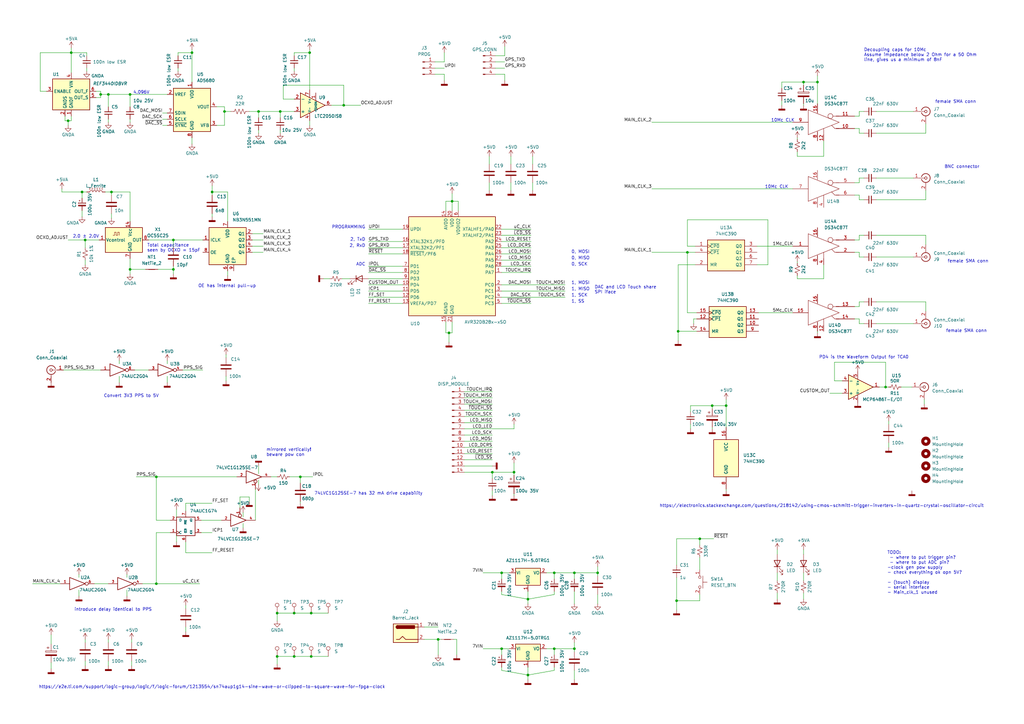
<source format=kicad_sch>
(kicad_sch (version 20211123) (generator eeschema)
  (paper "A3")
  (junction (at 179.705 262.255))
  (junction (at 127.635 251.46))
  (junction (at 245.11 234.95))
  (junction (at 140.97 43.18))
  (junction (at 113.665 251.46))
  (junction (at 64.135 239.395))
  (junction (at 235.585 234.95))
  (junction (at 53.34 110.49))
  (junction (at 235.585 266.065))
  (junction (at 114.935 45.72))
  (junction (at 127.635 269.24))
  (junction (at 53.34 38.735))
  (junction (at 71.12 110.49))
  (junction (at 185.42 82.55))
  (junction (at 127 21.59))
  (junction (at 329.565 33.655))
  (junction (at 216.535 245.745))
  (junction (at 287.02 220.98))
  (junction (at 281.94 103.505))
  (junction (at 292.1 166.37))
  (junction (at 64.135 195.58))
  (junction (at 363.22 158.75))
  (junction (at 27.94 49.53))
  (junction (at 92.075 45.72))
  (junction (at 123.19 195.58))
  (junction (at 277.495 246.38))
  (junction (at 113.665 269.24))
  (junction (at 78.74 21.59))
  (junction (at 297.815 166.37))
  (junction (at 210.82 193.675))
  (junction (at 205.74 266.065))
  (junction (at 44.45 38.735))
  (junction (at 227.33 266.065))
  (junction (at 120.65 251.46))
  (junction (at 45.72 78.74))
  (junction (at 205.74 234.95))
  (junction (at 120.65 269.24))
  (junction (at 227.33 234.95))
  (junction (at 335.28 33.655))
  (junction (at 41.275 38.735))
  (junction (at 201.93 193.675))
  (junction (at 278.13 135.89))
  (junction (at 33.655 78.74))
  (junction (at 29.21 21.59))
  (junction (at 86.995 78.74))
  (junction (at 184.15 136.525))
  (junction (at 71.12 98.425))
  (junction (at 216.535 276.86))
  (junction (at 106.045 45.72))
  (junction (at 34.925 98.425))
  (wire (pts (xy 205.74 116.84) (xy 231.775 116.84)))
  (wire (pts (xy 104.775 200.66) (xy 104.775 213.36)))
  (wire (pts (xy 277.495 246.38) (xy 287.02 246.38)))
  (wire (pts (xy 359.41 105.41) (xy 374.65 105.41)))
  (wire (pts (xy 216.535 245.745) (xy 227.33 243.84)))
  (wire (pts (xy 350.52 125.73) (xy 352.425 125.73)))
  (wire (pts (xy 73.025 27.94) (xy 73.025 29.21)))
  (wire (pts (xy 178.435 30.48) (xy 182.245 30.48)))
  (wire (pts (xy 48.895 154.305) (xy 48.895 156.845)))
  (wire (pts (xy 55.245 151.765) (xy 60.96 151.765)))
  (wire (pts (xy 114.935 53.34) (xy 114.935 54.61)))
  (wire (pts (xy 78.74 56.515) (xy 78.74 59.055)))
  (wire (pts (xy 190.5 170.815) (xy 201.93 170.815)))
  (wire (pts (xy 352.425 130.81) (xy 352.425 132.715)))
  (wire (pts (xy 360.68 158.75) (xy 363.22 158.75)))
  (wire (pts (xy 106.045 45.72) (xy 114.935 45.72)))
  (wire (pts (xy 190.5 180.975) (xy 201.93 180.975)))
  (wire (pts (xy 205.74 234.95) (xy 205.74 237.49)))
  (wire (pts (xy 116.205 34.925) (xy 116.205 40.64)))
  (wire (pts (xy 190.5 183.515) (xy 201.93 183.515)))
  (wire (pts (xy 329.565 34.925) (xy 329.565 33.655)))
  (wire (pts (xy 363.22 158.75) (xy 364.49 158.75)))
  (wire (pts (xy 278.13 135.89) (xy 278.13 139.7)))
  (wire (pts (xy 120.65 21.59) (xy 120.65 22.86)))
  (wire (pts (xy 379.73 96.52) (xy 379.73 100.33)))
  (wire (pts (xy 165.1 109.22) (xy 151.13 109.22)))
  (wire (pts (xy 53.34 106.045) (xy 53.34 110.49)))
  (wire (pts (xy 106.045 196.85) (xy 106.045 198.755)))
  (wire (pts (xy 224.155 234.95) (xy 227.33 234.95)))
  (wire (pts (xy 205.74 242.57) (xy 205.74 243.84)))
  (wire (pts (xy 198.12 266.065) (xy 205.74 266.065)))
  (wire (pts (xy 267.335 103.505) (xy 281.94 103.505)))
  (wire (pts (xy 151.13 124.46) (xy 165.1 124.46)))
  (wire (pts (xy 329.565 42.545) (xy 329.565 43.18)))
  (wire (pts (xy 88.9 51.435) (xy 92.075 51.435)))
  (wire (pts (xy 227.33 234.95) (xy 235.585 234.95)))
  (wire (pts (xy 235.585 266.065) (xy 235.585 267.335)))
  (wire (pts (xy 227.33 234.95) (xy 227.33 237.49)))
  (wire (pts (xy 327.025 64.135) (xy 337.82 64.135)))
  (wire (pts (xy 64.135 213.36) (xy 69.85 213.36)))
  (wire (pts (xy 310.515 108.585) (xy 314.96 108.585)))
  (wire (pts (xy 98.425 208.28) (xy 98.425 203.835)))
  (wire (pts (xy 103.505 95.885) (xy 107.95 95.885)))
  (wire (pts (xy 123.19 205.74) (xy 123.19 206.375)))
  (wire (pts (xy 29.21 21.59) (xy 35.56 21.59)))
  (wire (pts (xy 281.94 103.505) (xy 285.115 103.505)))
  (wire (pts (xy 99.695 214.63) (xy 99.695 216.535)))
  (wire (pts (xy 68.58 154.305) (xy 68.58 156.845)))
  (wire (pts (xy 33.655 78.74) (xy 33.655 81.28)))
  (wire (pts (xy 320.675 41.275) (xy 320.675 43.18)))
  (wire (pts (xy 27.94 98.425) (xy 34.925 98.425)))
  (wire (pts (xy 140.97 43.18) (xy 147.955 43.18)))
  (wire (pts (xy 29.21 19.685) (xy 29.21 21.59)))
  (wire (pts (xy 379.73 123.825) (xy 379.73 127.635)))
  (wire (pts (xy 25.4 77.47) (xy 25.4 78.74)))
  (wire (pts (xy 350.52 74.93) (xy 352.425 74.93)))
  (wire (pts (xy 359.41 73.025) (xy 374.65 73.025)))
  (wire (pts (xy 32.385 235.585) (xy 32.385 236.855)))
  (wire (pts (xy 186.055 262.255) (xy 187.325 262.255)))
  (wire (pts (xy 182.88 132.08) (xy 182.88 136.525)))
  (wire (pts (xy 71.12 109.22) (xy 71.12 110.49)))
  (wire (pts (xy 113.665 269.24) (xy 113.665 272.415)))
  (wire (pts (xy 278.13 108.585) (xy 285.115 108.585)))
  (wire (pts (xy 53.975 262.255) (xy 53.975 263.525)))
  (wire (pts (xy 99.695 210.185) (xy 99.695 212.09)))
  (wire (pts (xy 379.73 54.61) (xy 379.73 50.8)))
  (wire (pts (xy 92.075 43.815) (xy 88.9 43.815)))
  (wire (pts (xy 53.34 110.49) (xy 53.34 112.395)))
  (wire (pts (xy 205.74 104.14) (xy 217.805 104.14)))
  (wire (pts (xy 277.495 220.98) (xy 287.02 220.98)))
  (wire (pts (xy 352.425 98.425) (xy 352.425 96.52)))
  (wire (pts (xy 205.74 243.84) (xy 216.535 245.745)))
  (wire (pts (xy 277.495 231.775) (xy 277.495 220.98)))
  (wire (pts (xy 210.82 189.865) (xy 210.82 193.675)))
  (wire (pts (xy 179.705 262.255) (xy 180.975 262.255)))
  (wire (pts (xy 277.495 246.38) (xy 277.495 250.19)))
  (wire (pts (xy 227.33 242.57) (xy 227.33 243.84)))
  (wire (pts (xy 342.265 148.59) (xy 363.22 148.59)))
  (wire (pts (xy 205.74 101.6) (xy 217.805 101.6)))
  (wire (pts (xy 39.37 40.005) (xy 41.275 40.005)))
  (wire (pts (xy 182.245 25.4) (xy 182.245 21.59)))
  (wire (pts (xy 33.655 86.36) (xy 33.655 88.9)))
  (wire (pts (xy 16.51 37.465) (xy 16.51 21.59)))
  (wire (pts (xy 327.025 113.03) (xy 327.025 114.3)))
  (wire (pts (xy 235.585 234.95) (xy 235.585 237.49)))
  (wire (pts (xy 34.925 98.425) (xy 40.64 98.425)))
  (wire (pts (xy 44.45 262.255) (xy 44.45 263.525)))
  (wire (pts (xy 68.58 147.955) (xy 68.58 149.225)))
  (wire (pts (xy 329.565 33.655) (xy 335.28 33.655)))
  (wire (pts (xy 41.275 37.465) (xy 41.275 38.735)))
  (wire (pts (xy 201.93 193.675) (xy 210.82 193.675)))
  (wire (pts (xy 66.675 46.355) (xy 68.58 46.355)))
  (wire (pts (xy 64.77 110.49) (xy 71.12 110.49)))
  (wire (pts (xy 350.52 98.425) (xy 352.425 98.425)))
  (wire (pts (xy 127.635 251.46) (xy 134.62 251.46)))
  (wire (pts (xy 318.77 234.95) (xy 318.77 238.125)))
  (wire (pts (xy 190.5 191.135) (xy 201.93 191.135)))
  (wire (pts (xy 190.5 163.195) (xy 201.93 163.195)))
  (wire (pts (xy 182.88 136.525) (xy 184.15 136.525)))
  (wire (pts (xy 33.655 78.74) (xy 35.56 78.74)))
  (wire (pts (xy 187.96 82.55) (xy 185.42 82.55)))
  (wire (pts (xy 118.745 195.58) (xy 123.19 195.58)))
  (wire (pts (xy 135.89 43.18) (xy 140.97 43.18)))
  (wire (pts (xy 35.56 27.94) (xy 35.56 29.21)))
  (wire (pts (xy 182.245 30.48) (xy 182.245 33.02)))
  (wire (pts (xy 92.075 45.72) (xy 92.075 43.815)))
  (wire (pts (xy 364.49 181.61) (xy 364.49 183.515)))
  (wire (pts (xy 45.72 78.74) (xy 53.34 78.74)))
  (wire (pts (xy 53.34 48.895) (xy 53.34 50.165)))
  (wire (pts (xy 297.815 166.37) (xy 297.815 175.26)))
  (wire (pts (xy 359.41 54.61) (xy 379.73 54.61)))
  (wire (pts (xy 281.94 90.17) (xy 281.94 100.965)))
  (wire (pts (xy 205.74 121.92) (xy 231.775 121.92)))
  (wire (pts (xy 74.93 151.765) (xy 83.185 151.765)))
  (wire (pts (xy 120.65 251.46) (xy 127.635 251.46)))
  (wire (pts (xy 203.2 30.48) (xy 207.01 30.48)))
  (wire (pts (xy 106.045 191.135) (xy 106.045 194.31)))
  (wire (pts (xy 190.5 160.655) (xy 201.93 160.655)))
  (wire (pts (xy 363.22 148.59) (xy 363.22 158.75)))
  (wire (pts (xy 165.1 119.38) (xy 151.13 119.38)))
  (wire (pts (xy 187.96 82.55) (xy 187.96 86.36)))
  (wire (pts (xy 245.11 243.84) (xy 245.11 247.65)))
  (wire (pts (xy 235.585 263.525) (xy 235.585 266.065)))
  (wire (pts (xy 209.55 74.93) (xy 209.55 78.105)))
  (wire (pts (xy 93.345 111.125) (xy 93.345 113.03)))
  (wire (pts (xy 58.42 239.395) (xy 64.135 239.395)))
  (wire (pts (xy 297.815 166.37) (xy 297.815 163.83)))
  (wire (pts (xy 66.675 51.435) (xy 68.58 51.435)))
  (wire (pts (xy 285.75 130.81) (xy 284.48 130.81)))
  (wire (pts (xy 35.56 22.86) (xy 35.56 21.59)))
  (wire (pts (xy 369.57 158.75) (xy 374.015 158.75)))
  (wire (pts (xy 329.565 243.205) (xy 329.565 245.745)))
  (wire (pts (xy 32.385 241.935) (xy 32.385 244.475)))
  (wire (pts (xy 352.425 132.715) (xy 354.33 132.715)))
  (wire (pts (xy 287.02 220.98) (xy 292.735 220.98)))
  (wire (pts (xy 178.435 27.94) (xy 182.245 27.94)))
  (wire (pts (xy 292.1 175.26) (xy 292.1 175.895)))
  (wire (pts (xy 297.815 200.66) (xy 297.815 201.295)))
  (wire (pts (xy 200.66 64.135) (xy 200.66 67.31)))
  (wire (pts (xy 178.435 25.4) (xy 182.245 25.4)))
  (wire (pts (xy 92.075 51.435) (xy 92.075 45.72)))
  (wire (pts (xy 151.13 111.76) (xy 165.1 111.76)))
  (wire (pts (xy 25.4 78.74) (xy 33.655 78.74)))
  (wire (pts (xy 86.995 78.74) (xy 93.345 78.74)))
  (wire (pts (xy 190.5 178.435) (xy 201.93 178.435)))
  (wire (pts (xy 201.93 193.675) (xy 201.93 196.215)))
  (wire (pts (xy 245.11 234.95) (xy 245.11 236.22)))
  (wire (pts (xy 350.52 80.01) (xy 352.425 80.01)))
  (wire (pts (xy 352.425 103.505) (xy 352.425 105.41)))
  (wire (pts (xy 352.425 81.915) (xy 354.33 81.915)))
  (wire (pts (xy 29.21 21.59) (xy 29.21 29.845)))
  (wire (pts (xy 235.585 242.57) (xy 235.585 247.65)))
  (wire (pts (xy 86.995 76.2) (xy 86.995 78.74)))
  (wire (pts (xy 205.74 111.76) (xy 217.805 111.76)))
  (wire (pts (xy 359.41 45.72) (xy 374.65 45.72)))
  (wire (pts (xy 267.335 77.47) (xy 325.12 77.47)))
  (wire (pts (xy 314.96 108.585) (xy 314.96 90.17)))
  (wire (pts (xy 78.74 20.32) (xy 78.74 21.59)))
  (wire (pts (xy 190.5 186.055) (xy 201.93 186.055)))
  (wire (pts (xy 216.535 245.745) (xy 216.535 242.57)))
  (wire (pts (xy 203.2 25.4) (xy 207.01 25.4)))
  (wire (pts (xy 182.88 82.55) (xy 185.42 82.55)))
  (wire (pts (xy 190.5 175.895) (xy 210.82 175.895)))
  (wire (pts (xy 127 49.53) (xy 127 51.435)))
  (wire (pts (xy 235.585 274.955) (xy 235.585 278.765)))
  (wire (pts (xy 190.5 188.595) (xy 201.93 188.595)))
  (wire (pts (xy 287.02 243.84) (xy 287.02 246.38)))
  (wire (pts (xy 352.425 47.625) (xy 352.425 45.72)))
  (wire (pts (xy 359.41 96.52) (xy 379.73 96.52)))
  (wire (pts (xy 140.97 43.18) (xy 140.97 34.925)))
  (wire (pts (xy 359.41 123.825) (xy 379.73 123.825)))
  (wire (pts (xy 185.42 136.525) (xy 185.42 132.08)))
  (wire (pts (xy 352.425 45.72) (xy 354.33 45.72)))
  (wire (pts (xy 182.88 82.55) (xy 182.88 86.36)))
  (wire (pts (xy 335.28 135.89) (xy 335.28 136.525)))
  (wire (pts (xy 71.12 98.425) (xy 83.185 98.425)))
  (wire (pts (xy 76.2 206.375) (xy 76.2 209.55)))
  (wire (pts (xy 165.1 99.06) (xy 151.13 99.06)))
  (wire (pts (xy 216.535 276.86) (xy 227.33 274.955)))
  (wire (pts (xy 103.505 100.965) (xy 107.95 100.965)))
  (wire (pts (xy 123.19 195.58) (xy 128.27 195.58)))
  (wire (pts (xy 53.34 78.74) (xy 53.34 90.805)))
  (wire (pts (xy 278.13 108.585) (xy 278.13 135.89)))
  (wire (pts (xy 329.565 225.425) (xy 329.565 227.33)))
  (wire (pts (xy 205.74 109.22) (xy 217.805 109.22)))
  (wire (pts (xy 184.15 140.335) (xy 184.15 136.525)))
  (wire (pts (xy 103.505 98.425) (xy 107.95 98.425)))
  (wire (pts (xy 102.235 45.72) (xy 106.045 45.72)))
  (wire (pts (xy 205.74 234.95) (xy 208.915 234.95)))
  (wire (pts (xy 327.025 62.23) (xy 327.025 64.135)))
  (wire (pts (xy 224.155 266.065) (xy 227.33 266.065)))
  (wire (pts (xy 205.74 273.685) (xy 205.74 274.955)))
  (wire (pts (xy 44.45 38.735) (xy 53.34 38.735)))
  (wire (pts (xy 64.135 218.44) (xy 64.135 239.395)))
  (wire (pts (xy 207.01 22.86) (xy 207.01 19.05)))
  (wire (pts (xy 352.425 80.01) (xy 352.425 81.915)))
  (wire (pts (xy 320.675 33.655) (xy 320.675 36.195)))
  (wire (pts (xy 76.2 206.375) (xy 86.995 206.375)))
  (wire (pts (xy 20.955 260.35) (xy 20.955 264.16)))
  (wire (pts (xy 20.955 271.78) (xy 20.955 274.32)))
  (wire (pts (xy 205.74 274.955) (xy 216.535 276.86)))
  (wire (pts (xy 205.74 106.68) (xy 217.805 106.68)))
  (wire (pts (xy 235.585 234.95) (xy 245.11 234.95)))
  (wire (pts (xy 76.2 226.695) (xy 86.995 226.695)))
  (wire (pts (xy 76.2 257.175) (xy 76.2 259.08)))
  (wire (pts (xy 318.77 243.205) (xy 318.77 245.745)))
  (wire (pts (xy 200.66 74.93) (xy 200.66 78.105)))
  (wire (pts (xy 66.675 48.895) (xy 68.58 48.895)))
  (wire (pts (xy 120.65 21.59) (xy 127 21.59)))
  (wire (pts (xy 350.52 103.505) (xy 352.425 103.505)))
  (wire (pts (xy 173.99 257.175) (xy 179.705 257.175)))
  (wire (pts (xy 350.52 47.625) (xy 352.425 47.625)))
  (wire (pts (xy 92.075 45.72) (xy 94.615 45.72)))
  (wire (pts (xy 60.96 98.425) (xy 71.12 98.425)))
  (wire (pts (xy 127.635 269.24) (xy 134.62 269.24)))
  (wire (pts (xy 82.55 218.44) (xy 86.995 218.44)))
  (wire (pts (xy 352.425 123.825) (xy 354.33 123.825)))
  (wire (pts (xy 359.41 132.715) (xy 374.65 132.715)))
  (wire (pts (xy 281.94 100.965) (xy 285.115 100.965)))
  (wire (pts (xy 102.235 203.835) (xy 102.235 205.74)))
  (wire (pts (xy 201.93 201.295) (xy 201.93 203.2)))
  (wire (pts (xy 227.33 266.065) (xy 235.585 266.065)))
  (wire (pts (xy 93.345 78.74) (xy 93.345 90.805)))
  (wire (pts (xy 64.135 239.395) (xy 81.915 239.395)))
  (wire (pts (xy 45.72 78.74) (xy 45.72 80.01)))
  (wire (pts (xy 320.675 33.655) (xy 329.565 33.655)))
  (wire (pts (xy 287.02 228.6) (xy 287.02 233.68)))
  (wire (pts (xy 292.1 167.64) (xy 292.1 166.37)))
  (wire (pts (xy 43.18 78.74) (xy 45.72 78.74)))
  (wire (pts (xy 151.13 114.3) (xy 165.1 114.3)))
  (wire (pts (xy 34.925 98.425) (xy 34.925 101.6)))
  (wire (pts (xy 86.995 87.63) (xy 86.995 88.9)))
  (wire (pts (xy 45.72 87.63) (xy 45.72 89.535)))
  (wire (pts (xy 198.12 234.95) (xy 205.74 234.95)))
  (wire (pts (xy 352.425 73.025) (xy 354.33 73.025)))
  (wire (pts (xy 379.73 81.915) (xy 379.73 78.105)))
  (wire (pts (xy 98.425 203.835) (xy 102.235 203.835)))
  (wire (pts (xy 26.67 49.53) (xy 27.94 49.53)))
  (wire (pts (xy 53.34 38.735) (xy 68.58 38.735)))
  (wire (pts (xy 185.42 82.55) (xy 185.42 86.36)))
  (wire (pts (xy 350.52 52.705) (xy 352.425 52.705)))
  (wire (pts (xy 352.425 105.41) (xy 354.33 105.41)))
  (wire (pts (xy 76.2 222.25) (xy 76.2 226.695)))
  (wire (pts (xy 216.535 276.86) (xy 216.535 273.685)))
  (wire (pts (xy 44.45 271.145) (xy 44.45 273.05)))
  (wire (pts (xy 352.425 74.93) (xy 352.425 73.025)))
  (wire (pts (xy 359.41 81.915) (xy 379.73 81.915)))
  (wire (pts (xy 26.035 151.765) (xy 41.275 151.765)))
  (wire (pts (xy 64.135 195.58) (xy 64.135 213.36)))
  (wire (pts (xy 52.07 241.935) (xy 52.07 244.475)))
  (wire (pts (xy 337.82 114.3) (xy 337.82 108.585)))
  (wire (pts (xy 342.265 156.21) (xy 342.265 148.59)))
  (wire (pts (xy 364.49 172.72) (xy 364.49 173.99)))
  (wire (pts (xy 281.94 103.505) (xy 281.94 128.27)))
  (wire (pts (xy 352.425 54.61) (xy 354.33 54.61)))
  (wire (pts (xy 190.5 168.275) (xy 201.93 168.275)))
  (wire (pts (xy 53.975 271.145) (xy 53.975 273.05)))
  (wire (pts (xy 352.425 96.52) (xy 354.33 96.52)))
  (wire (pts (xy 29.21 49.53) (xy 29.21 47.625)))
  (wire (pts (xy 140.97 34.925) (xy 116.205 34.925)))
  (wire (pts (xy 283.21 166.37) (xy 283.21 168.91)))
  (wire (pts (xy 187.325 262.255) (xy 187.325 268.605)))
  (wire (pts (xy 283.21 166.37) (xy 292.1 166.37)))
  (wire (pts (xy 73.025 21.59) (xy 73.025 22.86)))
  (wire (pts (xy 143.51 114.3) (xy 140.335 114.3)))
  (wire (pts (xy 53.34 38.735) (xy 53.34 43.815)))
  (wire (pts (xy 44.45 48.895) (xy 44.45 50.165)))
  (wire (pts (xy 19.05 37.465) (xy 16.51 37.465)))
  (wire (pts (xy 123.19 195.58) (xy 123.19 198.12)))
  (wire (pts (xy 151.13 104.14) (xy 165.1 104.14)))
  (wire (pts (xy 151.13 93.98) (xy 165.1 93.98)))
  (wire (pts (xy 113.665 269.24) (xy 120.65 269.24)))
  (wire (pts (xy 277.495 236.855) (xy 277.495 246.38)))
  (wire (pts (xy 207.01 30.48) (xy 207.01 33.02)))
  (wire (pts (xy 114.935 45.72) (xy 120.65 45.72)))
  (wire (pts (xy 53.34 110.49) (xy 59.69 110.49)))
  (wire (pts (xy 283.21 173.99) (xy 283.21 175.895)))
  (wire (pts (xy 127 20.32) (xy 127 21.59)))
  (wire (pts (xy 340.36 161.29) (xy 345.44 161.29)))
  (wire (pts (xy 92.71 145.415) (xy 92.71 146.685)))
  (wire (pts (xy 345.44 156.21) (xy 342.265 156.21)))
  (wire (pts (xy 72.39 208.915) (xy 72.39 212.09)))
  (wire (pts (xy 55.88 195.58) (xy 64.135 195.58)))
  (wire (pts (xy 52.07 235.585) (xy 52.07 236.855)))
  (wire (pts (xy 92.71 154.305) (xy 92.71 156.21)))
  (wire (pts (xy 205.74 266.065) (xy 205.74 268.605)))
  (wire (pts (xy 113.665 251.46) (xy 113.665 254.635)))
  (wire (pts (xy 48.895 147.955) (xy 48.895 149.225)))
  (wire (pts (xy 216.535 245.745) (xy 216.535 247.65)))
  (wire (pts (xy 227.33 273.685) (xy 227.33 274.955)))
  (wire (pts (xy 114.935 45.72) (xy 114.935 48.26)))
  (wire (pts (xy 327.025 107.315) (xy 327.025 107.95)))
  (wire (pts (xy 127 21.59) (xy 127 36.83)))
  (wire (pts (xy 86.995 78.74) (xy 86.995 80.01)))
  (wire (pts (xy 151.13 116.84) (xy 165.1 116.84)))
  (wire (pts (xy 82.55 213.36) (xy 90.805 213.36)))
  (wire (pts (xy 64.135 195.58) (xy 97.155 195.58)))
  (wire (pts (xy 284.48 130.81) (xy 284.48 132.715)))
  (wire (pts (xy 106.045 53.34) (xy 106.045 54.61)))
  (wire (pts (xy 116.205 40.64) (xy 120.65 40.64)))
  (wire (pts (xy 314.96 90.17) (xy 281.94 90.17)))
  (wire (pts (xy 205.74 119.38) (xy 231.775 119.38)))
  (wire (pts (xy 205.74 99.06) (xy 217.805 99.06)))
  (wire (pts (xy 38.735 239.395) (xy 44.45 239.395)))
  (wire (pts (xy 318.77 225.425) (xy 318.77 227.33)))
  (wire (pts (xy 216.535 276.86) (xy 216.535 278.765)))
  (wire (pts (xy 210.82 202.565) (xy 210.82 203.2)))
  (wire (pts (xy 210.82 194.945) (xy 210.82 193.675)))
  (wire (pts (xy 184.15 136.525) (xy 185.42 136.525)))
  (wire (pts (xy 203.2 22.86) (xy 207.01 22.86)))
  (wire (pts (xy 281.94 128.27) (xy 285.75 128.27)))
  (wire (pts (xy 311.15 128.27) (xy 325.12 128.27)))
  (wire (pts (xy 120.65 27.94) (xy 120.65 29.21)))
  (wire (pts (xy 135.255 114.3) (xy 132.715 114.3)))
  (wire (pts (xy 329.565 234.95) (xy 329.565 238.125)))
  (wire (pts (xy 78.74 21.59) (xy 78.74 33.655)))
  (wire (pts (xy 39.37 37.465) (xy 41.275 37.465)))
  (wire (pts (xy 245.11 232.41) (xy 245.11 234.95)))
  (wire (pts (xy 34.925 106.68) (xy 34.925 108.585)))
  (wire (pts (xy 227.33 266.065) (xy 227.33 268.605)))
  (wire (pts (xy 34.925 271.145) (xy 34.925 273.05)))
  (wire (pts (xy 71.12 98.425) (xy 71.12 101.6)))
  (wire (pts (xy 103.505 103.505) (xy 107.95 103.505)))
  (wire (pts (xy 73.025 21.59) (xy 78.74 21.59)))
  (wire (pts (xy 209.55 64.135) (xy 209.55 67.31)))
  (wire (pts (xy 267.335 50.165) (xy 325.12 50.165)))
  (wire (pts (xy 190.5 173.355) (xy 201.93 173.355)))
  (wire (pts (xy 203.2 27.94) (xy 207.01 27.94)))
  (wire (pts (xy 190.5 193.675) (xy 201.93 193.675)))
  (wire (pts (xy 210.82 173.99) (xy 210.82 175.895)))
  (wire (pts (xy 292.1 166.37) (xy 297.815 166.37)))
  (wire (pts (xy 218.44 74.93) (xy 218.44 78.105)))
  (wire (pts (xy 310.515 100.965) (xy 325.12 100.965)))
  (wire (pts (xy 41.275 38.735) (xy 44.45 38.735)))
  (wire (pts (xy 44.45 38.735) (xy 44.45 43.815)))
  (wire (pts (xy 41.275 38.735) (xy 41.275 40.005)))
  (wire (pts (xy 335.28 33.655) (xy 335.28 31.115)))
  (wire (pts (xy 337.82 57.785) (xy 337.82 64.135)))
  (wire (pts (xy 76.2 248.285) (xy 76.2 249.555)))
  (wire (pts (xy 327.025 114.3) (xy 337.82 114.3)))
  (wire (pts (xy 205.74 93.98) (xy 217.805 93.98)))
  (wire (pts (xy 34.925 262.255) (xy 34.925 263.525)))
  (wire (pts (xy 13.335 239.395) (xy 24.765 239.395)))
  (wire (pts (xy 151.13 121.92) (xy 165.1 121.92)))
  (wire (pts (xy 352.425 52.705) (xy 352.425 54.61)))
  (wire (pts (xy 72.39 219.71) (xy 72.39 222.25)))
  (wire (pts (xy 106.045 45.72) (xy 106.045 48.26)))
  (wire (pts (xy 327.025 56.515) (xy 327.025 57.15)))
  (wire (pts (xy 111.125 195.58) (xy 113.665 195.58)))
  (wire (pts (xy 352.425 125.73) (xy 352.425 123.825)))
  (wire (pts (xy 205.74 124.46) (xy 217.805 124.46)))
  (wire (pts (xy 218.44 64.135) (xy 218.44 67.31)))
  (wire (pts (xy 27.94 49.53) (xy 27.94 51.435)))
  (wire (pts (xy 27.94 49.53) (xy 29.21 49.53)))
  (wire (pts (xy 350.52 130.81) (xy 352.425 130.81)))
  (wire (pts (xy 205.74 266.065) (xy 208.915 266.065)))
  (wire (pts (xy 179.705 262.255) (xy 179.705 268.605)))
  (wire (pts (xy 287.02 220.98) (xy 287.02 223.52)))
  (wire (pts (xy 205.74 96.52) (xy 217.805 96.52)))
  (wire (pts (xy 26.67 47.625) (xy 26.67 49.53)))
  (wire (pts (xy 165.1 101.6) (xy 151.13 101.6)))
  (wire (pts (xy 185.42 79.375) (xy 185.42 82.55)))
  (wire (pts (xy 278.13 135.89) (xy 285.75 135.89)))
  (wire (pts (xy 190.5 165.735) (xy 201.93 165.735)))
  (wire (pts (xy 113.665 251.46) (xy 120.65 251.46)))
  (wire (pts (xy 64.135 218.44) (xy 69.85 218.44)))
  (wire (pts (xy 16.51 21.59) (xy 29.21 21.59)))
  (wire (pts (xy 120.65 269.24) (xy 127.635 269.24)))
  (wire (pts (xy 71.12 110.49) (xy 71.12 112.395)))
  (wire (pts (xy 335.28 33.655) (xy 335.28 42.545)))
  (wire (pts (xy 173.99 262.255) (xy 179.705 262.255)))
  (wire (pts (xy 379.095 163.83) (xy 379.095 165.735)))
  (text "10Mc CLK" (at 313.69 77.47 0) (effects (font (size 1.27 1.27)) (justify left bottom)))
  (text "Analog	100u 35V		VZL101M1VTR-0810		8 Diam 10 L  0.16 Ohm 600 mA\nDigital	100u 35V		VZL101M1VTR-0607		6.3 Diam 7.7 L 0.32 Ohm 290 mA\nDAC		10u  25V		KAM32LL81E106KU		1210\n\noutput coupling: 	1210CC223KAT2A" (at 440.055 175.895 0) (effects (font (size 1.27 1.27)) (justify left bottom)))
  (text "BNC connector\n" (at 387.35 69.215 0) (effects (font (size 1.27 1.27)) (justify left bottom)))
  (text "ADC" (at 146.05 109.22 0) (effects (font (size 1.27 1.27)) (justify left bottom)))
  (text "1, SS" (at 234.315 124.46 0) (effects (font (size 1.27 1.27)) (justify left bottom)))
  (text "1, MOSI" (at 234.315 116.84 0) (effects (font (size 1.27 1.27)) (justify left bottom)))
  (text "Decoupling caps for 10Mc\nAssume impedance below 2 Ohm for a 50 Ohm\nline, gives us a minimum of 8nF" (at 354.33 25.4 0) (effects (font (size 1.27 1.27)) (justify left bottom)))
  (text "0, MOSI" (at 234.315 104.14 0) (effects (font (size 1.27 1.27)) (justify left bottom)))
  (text "mirrored vertically!\nbeware pow con\n" (at 109.22 187.325 0) (effects (font (size 1.27 1.27)) (justify left bottom)))
  (text "DAC and LCD Touch share\nSPI iface" (at 243.84 120.65 0) (effects (font (size 1.27 1.27)) (justify left bottom)))
  (text "2, RxD" (at 149.86 101.6 180) (effects (font (size 1.27 1.27)) (justify right bottom)))
  (text "PROGRAMMING" (at 149.86 93.98 180) (effects (font (size 1.27 1.27)) (justify right bottom)))
  (text "2.0 ± 2.0V" (at 29.845 97.79 0) (effects (font (size 1.27 1.27)) (justify left bottom)))
  (text "10Mc CLK" (at 316.23 50.165 0) (effects (font (size 1.27 1.27)) (justify left bottom)))
  (text "0, SCK" (at 234.315 109.22 0) (effects (font (size 1.27 1.27)) (justify left bottom)))
  (text "PD4 is the Waveform Output for TCA0" (at 335.915 147.32 0) (effects (font (size 1.27 1.27)) (justify left bottom)))
  (text "female SMA conn" (at 387.985 136.525 0) (effects (font (size 1.27 1.27)) (justify left bottom)))
  (text "1, SCK" (at 234.315 121.92 0) (effects (font (size 1.27 1.27)) (justify left bottom)))
  (text "4.096V" (at 54.61 38.735 0) (effects (font (size 1.27 1.27)) (justify left bottom)))
  (text "Total capacitance\nseen by OCXO = 15pF\n" (at 60.325 103.505 0) (effects (font (size 1.27 1.27)) (justify left bottom)))
  (text "introduce delay identical to PPS" (at 30.48 250.825 0) (effects (font (size 1.27 1.27)) (justify left bottom)))
  (text "0, MISO " (at 234.315 106.68 0) (effects (font (size 1.27 1.27)) (justify left bottom)))
  (text "1, MISO" (at 234.315 119.38 0) (effects (font (size 1.27 1.27)) (justify left bottom)))
  (text "OE has internal pull-up" (at 81.28 118.11 0) (effects (font (size 1.27 1.27)) (justify left bottom)))
  (text "https://electronics.stackexchange.com/questions/218142/using-cmos-schmitt-trigger-inverters-in-quartz-crystal-oscillator-circuit" (at 270.51 208.28 0) (effects (font (size 1.27 1.27)) (justify left bottom)))
  (text "https://e2e.ti.com/support/logic-group/logic/f/logic-forum/1213554/sn74aup1g14-sine-wave-or-clipped-to-square-wave-for-fpga-clock" (at 15.875 282.575 0) (effects (font (size 1.27 1.27)) (justify left bottom)))
  (text "TODO:\n - where to put trigger pin?\n - where to put ADC pin?\n-clock gen pow supply\n- check everything ok opn 5V?\n\n- (touch) display\n- serial interface\n- Main_clk_1 unused" (at 363.855 243.84 0) (effects (font (size 1.27 1.27)) (justify left bottom)))
  (text "https://ve2zaz.net/GPS_Std/Downloads/VE2ZAZ_GPS_Derived_Std_QEX_09_10_2006.pdf" (at 152.4 -3.81 0) (effects (font (size 1.27 1.27)) (justify left bottom)))
  (text "74LVC1G125SE-7 has 32 mA drive capability" (at 128.905 203.2 0) (effects (font (size 1.27 1.27)) (justify left bottom)))
  (text "2, TxD" (at 149.86 99.06 180) (effects (font (size 1.27 1.27)) (justify right bottom)))
  (text "female SMA conn" (at 388.62 107.95 0) (effects (font (size 1.27 1.27)) (justify left bottom)))
  (text "female SMA conn" (at 383.54 42.545 0) (effects (font (size 1.27 1.27)) (justify left bottom)))
  (text "Convert 3V3 PPS to 5V" (at 42.545 163.195 0) (effects (font (size 1.27 1.27)) (justify left bottom)))
  (label "MAIN_CLK_2" (at 107.95 98.425 0))
  (label "LCD_MOSI" (at 201.93 180.975 180))
  (label "ICP1" (at 86.995 218.44 0))
  (label "IPOL" (at 128.27 195.58 0))
  (label "LCD_DCRS" (at 201.93 183.515 180))
  (label "PPS_SIG_3V3" (at 38.735 151.765 180))
  (label "FF_RESET" (at 86.995 226.695 0))
  (label "LCD_MISO" (at 201.93 173.355 180))
  (label "LCD_RESET" (at 217.805 99.06 180))
  (label "MAIN_CLK_3" (at 107.95 100.965 0))
  (label "MAIN_CLK_3" (at 267.335 77.47 180))
  (label "GPS_TXD" (at 207.01 25.4 0))
  (label "MAIN_CLK_4" (at 107.95 103.505 0))
  (label "DAC_SCK" (at 66.675 48.895 180))
  (label "DAC_MOSI" (at 217.805 116.84 180))
  (label "TOUCH_MOSI" (at 201.93 165.735 180))
  (label "TOUCH_IRQ" (at 217.805 111.76 180))
  (label "~{TOUCH_SS}" (at 217.805 124.46 180))
  (label "UPDI" (at 151.13 93.98 0))
  (label "7VIN" (at 179.705 257.175 180))
  (label "LCD_LED" (at 201.93 175.895 180))
  (label "UPDI" (at 182.245 27.94 0))
  (label "~{LCD_SS}" (at 201.93 188.595 180))
  (label "FF_SET" (at 151.13 121.92 0))
  (label "GPS_TXD" (at 151.13 99.06 0))
  (label "~{DAC_SS}" (at 151.13 111.76 0))
  (label "TOUCH_MISO" (at 231.775 119.38 180))
  (label "PPS_SIG" (at 55.88 195.58 0))
  (label "CUSTOM_OUT" (at 340.36 161.29 180))
  (label "LCD_RESET" (at 201.93 186.055 180))
  (label "LCD_SCK" (at 201.93 178.435 180))
  (label "DAC_MOSI" (at 66.675 46.355 180))
  (label "TOUCH_SCK" (at 231.775 121.92 180))
  (label "TOUCH_SCK" (at 201.93 170.815 180))
  (label "7VIN" (at 198.12 266.065 180))
  (label "LCD_SCK" (at 217.805 109.22 180))
  (label "PPS_SIG" (at 83.185 151.765 180))
  (label "uC_CLK" (at 217.805 93.98 180))
  (label "~{RESET}" (at 151.13 104.14 0))
  (label "FF_SET" (at 86.995 206.375 0))
  (label "GPS_RXD" (at 207.01 27.94 0))
  (label "OCXO_ADJUST" (at 147.955 43.18 0))
  (label "LCD_MOSI" (at 217.805 104.14 180))
  (label "MAIN_CLK_4" (at 13.335 239.395 0))
  (label "ICP1" (at 151.13 119.38 0))
  (label "IPOL" (at 151.13 109.22 0))
  (label "5Mc_CLK" (at 316.865 128.27 0))
  (label "MAIN_CLK_1" (at 267.335 103.505 180))
  (label "TOUCH_MOSI" (at 231.775 116.84 180))
  (label "~{TOUCH_SS}" (at 201.93 168.275 180))
  (label "GPS_RXD" (at 151.13 101.6 0))
  (label "MAIN_CLK_1" (at 107.95 95.885 0))
  (label "TOUCH_MISO" (at 201.93 163.195 180))
  (label "LCD_DCRS" (at 217.805 101.6 180))
  (label "CUSTOM_OUT" (at 151.13 116.84 0))
  (label "OCXO_ADJUST" (at 27.94 98.425 180))
  (label "FF_RESET" (at 151.13 124.46 0))
  (label "~{RESET}" (at 292.735 220.98 0))
  (label "MAIN_CLK_2" (at 267.335 50.165 180))
  (label "~{LCD_SS}" (at 217.805 96.52 180))
  (label "TOUCH_IRQ" (at 201.93 160.655 180))
  (label "LCD_MISO" (at 217.805 106.68 180))
  (label "7VIN" (at 198.12 234.95 180))
  (label "~{DAC_SS}" (at 66.675 51.435 180))
  (label "uC_CLK" (at 81.915 239.395 180))
  (label "DAC_SCK" (at 217.805 121.92 180))
  (label "1Mc_CLK" (at 316.865 100.965 0))
  (symbol (lib_id "Device:C_Small") (at 106.045 50.8 0) (unit 1)
    (property "Reference" "C15" (at 107.315 48.26 0) (effects (justify left)))
    (property "Value" "100n low ESR" (at 102.235 60.96 90) (effects (justify left)))
    (property "Footprint" "Capacitor_SMD:C_0805_2012Metric_Pad1.18x1.45mm_HandSolder" (effects hide))
  )
  (symbol (lib_id "power:+5VD") (at 210.82 189.865 0) (unit 1)
    (property "Reference" "#PWR071" (effects hide))
    (property "Value" "+5VD" (at 210.82 186.055 0))
  )
  (symbol (lib_id "power:+5VA") (at 329.565 225.425 0) (unit 1)
    (property "Reference" "#PWR095" (effects hide))
    (property "Value" "+5VA" (at 329.565 221.615 0))
  )
  (symbol (lib_id "power:GND") (at 284.48 132.715 0) (unit 1)
    (property "Reference" "#PWR085" (effects hide))
    (property "Value" "GND" (effects hide))
  )
  (symbol (lib_id "Device:R_US") (at 98.425 45.72 90) (unit 1)
    (property "Reference" "R2" (at 98.425 40.005 90))
    (property "Value" "22R" (at 98.425 42.545 90))
    (property "Footprint" "Resistor_SMD:R_0805_2012Metric_Pad1.20x1.40mm_HandSolder" (effects hide))
  )
  (symbol (lib_id "power:+5VD") (at 106.045 198.755 180) (unit 1)
    (property "Reference" "#PWR046" (effects hide))
    (property "Value" "+5VD" (at 107.95 200.0249 0) (effects (justify right)))
  )
  (symbol (lib_id "power:+5VD") (at 32.385 235.585 0) (unit 1)
    (property "Reference" "#PWR07" (effects hide))
    (property "Value" "+5VD" (at 32.385 231.775 0))
  )
  (symbol (lib_id "Connector:TestPoint") (at 127.635 251.46 0) (unit 1)
    (property "Reference" "TP5" (at 130.175 246.8879 0) (effects (justify left)))
    (property "Value" "S" (at 130.175 249.4279 0) (effects (justify left)))
    (property "Footprint" "TestPoint:TestPoint_THTPad_2.0x2.0mm_Drill1.0mm" (effects hide))
  )
  (symbol (lib_id "power:GNDA") (at 114.935 54.61 0) (unit 1)
    (property "Reference" "#PWR047" (effects hide))
    (property "Value" "GNDA" (at 114.935 58.42 0))
  )
  (symbol (lib_id "74xGxx:74AUC2G04") (at 32.385 239.395 0) (unit 1)
    (property "Reference" "U2" (at 34.925 236.855 0))
    (property "Value" "74AUC2G04" (at 38.1 241.935 0))
    (property "Footprint" "Package_SO:TSOP-6_1.65x3.05mm_P0.95mm" (effects hide))
    (property "Datasheet" "http://www.ti.com/lit/sg/scyt129e/scyt129e.pdf" (effects hide))
  )
  (symbol (lib_id "power:GNDD") (at 277.495 250.19 0) (unit 1)
    (property "Reference" "#PWR082" (effects hide))
    (property "Value" "GNDD" (effects hide))
  )
  (symbol (lib_id "power:GNDA") (at 113.665 254.635 0) (unit 1)
    (property "Reference" "#PWR058" (effects hide))
    (property "Value" "GNDA" (at 113.665 258.445 0))
  )
  (symbol (lib_id "Device:C_Small") (at 35.56 25.4 0) (unit 1)
    (property "Reference" "C4" (at 32.385 22.86 0) (effects (justify left)))
    (property "Value" "100n low ESR" (at 38.1 25.4 0) (effects (justify left)))
    (property "Footprint" "Capacitor_SMD:C_0805_2012Metric_Pad1.18x1.45mm_HandSolder" (effects hide))
  )
  (symbol (lib_id "Device:C_Polarized") (at 329.565 38.735 0) (unit 1)
    (property "Reference" "C35" (at 330.2 36.195 0) (effects (justify left)))
    (property "Value" "10u" (at 330.2 41.275 0) (effects (justify left)))
    (property "Footprint" "Capacitor_SMD:C_Elec_4x5.4" (effects hide))
  )
  (symbol (lib_id "Device:C_Small") (at 356.87 73.025 90) (unit 1)
    (property "Reference" "C38" (at 353.695 69.85 90))
    (property "Value" "22nF 630V" (at 363.22 69.85 90))
    (property "Footprint" "Capacitor_SMD:C_0805_2012Metric_Pad1.18x1.45mm_HandSolder" (effects hide))
  )
  (symbol (lib_id "power:GNDD") (at 364.49 183.515 0) (unit 1)
    (property "Reference" "#PWR0102" (effects hide))
    (property "Value" "GNDD" (effects hide))
  )
  (symbol (lib_id "74xGxx:74AUC1G74") (at 76.2 215.9 0) (unit 1)
    (property "Reference" "U4" (at 77.8701 207.01 0) (effects (justify left)))
    (property "Value" "74AUC1G74" (at 77.8701 209.55 0) (effects (justify left)))
    (property "Footprint" "Package_SO:VSSOP-8_2.3x2mm_P0.5mm" (effects hide))
    (property "Datasheet" "http://www.ti.com/lit/sg/scyt129e/scyt129e.pdf" (effects hide))
  )
  (symbol (lib_id "power:GNDD") (at 318.77 245.745 0) (unit 1)
    (property "Reference" "#PWR090" (effects hide))
    (property "Value" "GNDD" (effects hide))
  )
  (symbol (lib_id "power:GNDD") (at 209.55 78.105 0) (unit 1)
    (property "Reference" "#PWR069" (effects hide))
    (property "Value" "GNDD" (effects hide))
  )
  (symbol (lib_id "power:GNDD") (at 93.345 113.03 0) (unit 1)
    (property "Reference" "#PWR040" (effects hide))
    (property "Value" "GNDD" (effects hide))
  )
  (symbol (lib_id "power:GNDD") (at 48.895 156.845 0) (unit 1)
    (property "Reference" "#PWR019" (effects hide))
    (property "Value" "GNDD" (effects hide))
  )
  (symbol (lib_id "Device:R_Small_US") (at 34.925 104.14 180) (unit 1)
    (property "Reference" "R1" (at 32.385 104.14 90))
    (property "Value" "10k 1%" (at 37.465 104.14 90))
    (property "Footprint" "Resistor_SMD:R_0805_2012Metric_Pad1.20x1.40mm_HandSolder" (effects hide))
  )
  (symbol (lib_id "power:GNDD") (at 76.2 259.08 0) (unit 1)
    (property "Reference" "#PWR033" (effects hide))
    (property "Value" "GNDD" (effects hide))
  )
  (symbol (lib_id "Device:C_Polarized_Small") (at 235.585 240.03 0) (unit 1)
    (property "Reference" "C28" (at 232.41 240.03 90))
    (property "Value" "100u 35V" (at 238.76 240.03 90))
    (property "Footprint" "Capacitor_SMD:CP_Elec_8x10" (effects hide))
  )
  (symbol (lib_id "power:+5VD") (at 48.895 147.955 0) (unit 1)
    (property "Reference" "#PWR018" (effects hide))
    (property "Value" "+5VD" (at 48.895 144.145 0))
  )
  (symbol (lib_id "power:+5VA") (at 127 20.32 0) (unit 1)
    (property "Reference" "#PWR051" (effects hide))
    (property "Value" "+5VA" (at 127 16.51 0))
  )
  (symbol (lib_id "Connector:TestPoint") (at 113.665 269.24 0) (unit 1)
    (property "Reference" "TP2" (at 116.205 264.6679 0) (effects (justify left)))
    (property "Value" "S" (at 116.205 267.2079 0) (effects (justify left)))
    (property "Footprint" "TestPoint:TestPoint_THTPad_2.0x2.0mm_Drill1.0mm" (effects hide))
  )
  (symbol (lib_id "power:GNDD") (at 335.28 136.525 0) (unit 1)
    (property "Reference" "#PWR098" (effects hide))
    (property "Value" "GNDD" (effects hide))
  )
  (symbol (lib_id "power:+5VD") (at 335.28 31.115 0) (unit 1)
    (property "Reference" "#PWR097" (effects hide))
    (property "Value" "+5VD" (at 335.28 27.305 0))
  )
  (symbol (lib_id "Device:C_Small") (at 201.93 198.755 0) (unit 1)
    (property "Reference" "C20" (at 202.565 196.215 0) (effects (justify left)))
    (property "Value" "100n" (at 202.565 201.295 0) (effects (justify left)))
    (property "Footprint" "Capacitor_SMD:C_0805_2012Metric_Pad1.18x1.45mm_HandSolder" (effects hide))
  )
  (symbol (lib_id "74xGxx:74AUC1G125") (at 98.425 213.36 0) (unit 1)
    (property "Reference" "U7" (at 96.52 217.17 0))
    (property "Value" "74LVC1G125SE-7" (at 97.79 220.98 0))
    (property "Footprint" "Package_TO_SOT_SMD:SOT-353_SC-70-5" (effects hide))
    (property "Datasheet" "http://www.ti.com/lit/sg/scyt129e/scyt129e.pdf" (effects hide))
  )
  (symbol (lib_id "Interface_LineDriver:MC3487DX") (at 337.82 128.27 0) (unit 4)
    (property "Reference" "U14" (at 339.725 133.35 0) (effects (justify left)))
    (property "Value" "DS34C87T" (at 339.725 135.89 0) (effects (justify left)))
    (property "Footprint" "Package_SO:SOIC-16_3.9x9.9mm_P1.27mm" (effects hide))
    (property "Datasheet" "http://www.ti.com/lit/ds/symlink/mc3487.pdf" (effects hide))
  )
  (symbol (lib_id "Device:C") (at 92.71 150.495 180) (unit 1)
    (property "Reference" "C14" (at 94.615 147.32 0) (effects (justify right)))
    (property "Value" "100n" (at 93.98 154.305 0) (effects (justify right)))
    (property "Footprint" "Capacitor_SMD:C_0805_2012Metric_Pad1.18x1.45mm_HandSolder" (effects hide))
  )
  (symbol (lib_id "Device:C_Small") (at 356.87 45.72 90) (unit 1)
    (property "Reference" "C36" (at 356.87 40.64 90))
    (property "Value" "22nF 630V" (at 363.22 42.545 90))
    (property "Footprint" "Capacitor_SMD:C_0805_2012Metric_Pad1.18x1.45mm_HandSolder" (effects hide))
  )
  (symbol (lib_id "power:GNDD") (at 32.385 244.475 0) (unit 1)
    (property "Reference" "#PWR08" (effects hide))
    (property "Value" "GNDD" (effects hide))
  )
  (symbol (lib_id "power:GNDD") (at 187.325 268.605 0) (unit 1)
    (property "Reference" "#PWR061" (effects hide))
    (property "Value" "GNDD" (effects hide))
  )
  (symbol (lib_id "power:+5VD") (at 76.2 248.285 0) (unit 1)
    (property "Reference" "#PWR032" (effects hide))
    (property "Value" "+5VD" (at 76.2 244.475 0))
  )
  (symbol (lib_id "Device:NetTie_2") (at 183.515 262.255 0) (unit 1) (in_bom no)
    (property "Reference" "NT2" (at 183.515 256.54 0))
    (property "Value" "NetTie_2" (at 183.515 259.08 0))
    (property "Footprint" "Jumper:SolderJumper-2_P1.3mm_Bridged2Bar_RoundedPad1.0x1.5mm" (effects hide))
  )
  (symbol (lib_id "power:GNDD") (at 201.93 203.2 0) (unit 1)
    (property "Reference" "#PWR065" (effects hide))
    (property "Value" "GNDD" (effects hide))
  )
  (symbol (lib_id "power:GNDD") (at 123.19 206.375 0) (unit 1)
    (property "Reference" "#PWR050" (effects hide))
    (property "Value" "GNDD" (effects hide))
  )
  (symbol (lib_id "power:GNDA") (at 44.45 50.165 0) (unit 1)
    (property "Reference" "#PWR014" (effects hide))
    (property "Value" "GNDA" (at 44.45 53.975 0))
  )
  (symbol (lib_id "power:+5VA") (at 25.4 77.47 0) (unit 1)
    (property "Reference" "#PWR04" (effects hide))
    (property "Value" "+5VA" (at 25.4 73.66 0))
  )
  (symbol (lib_id "Interface:NB3N551MN") (at 93.345 100.965 0) (unit 1)
    (property "Reference" "U6" (at 95.3644 87.63 0) (effects (justify left)))
    (property "Value" "NB3N551MN" (at 95.3644 90.17 0) (effects (justify left)))
    (property "Footprint" "Package_DFN_QFN:DFN-8-1EP_2x2mm_P0.5mm_EP0.9x1.3mm" (effects hide))
    (property "Datasheet" "https://www.onsemi.com/pub/Collateral/NB3N551-D.PDF" (effects hide))
  )
  (symbol (lib_id "Connector:Conn_Coaxial") (at 379.73 45.72 0) (unit 1)
    (property "Reference" "J7" (at 382.905 44.7431 0) (effects (justify left)))
    (property "Value" "Conn_Coaxial" (at 382.905 47.2831 0) (effects (justify left)))
    (property "Footprint" "Connector_Coaxial:SMA_Amphenol_901-143_Horizontal" (effects hide))
    (property "Datasheet" " ~" (effects hide))
  )
  (symbol (lib_id "Connector:TestPoint") (at 134.62 251.46 0) (unit 1)
    (property "Reference" "TP7" (at 137.16 246.8879 0) (effects (justify left)))
    (property "Value" "S" (at 137.16 249.4279 0) (effects (justify left)))
    (property "Footprint" "TestPoint:TestPoint_THTPad_2.0x2.0mm_Drill1.0mm" (effects hide))
  )
  (symbol (lib_id "power:GNDA") (at 73.025 29.21 0) (unit 1)
    (property "Reference" "#PWR031" (effects hide))
    (property "Value" "GNDA" (at 73.025 33.02 0))
  )
  (symbol (lib_id "74xGxx:74AUC2G04") (at 52.07 239.395 0) (unit 2)
    (property "Reference" "U2" (at 54.61 236.855 0))
    (property "Value" "74AUC2G04" (at 57.785 241.935 0))
    (property "Footprint" "Package_SO:TSOP-6_1.65x3.05mm_P0.95mm" (effects hide))
    (property "Datasheet" "http://www.ti.com/lit/sg/scyt129e/scyt129e.pdf" (effects hide))
  )
  (symbol (lib_id "Device:C") (at 218.44 71.12 180) (unit 1)
    (property "Reference" "C25" (at 220.345 67.945 0) (effects (justify right)))
    (property "Value" "100n" (at 219.71 74.93 0) (effects (justify right)))
    (property "Footprint" "Capacitor_SMD:C_0805_2012Metric_Pad1.18x1.45mm_HandSolder" (effects hide))
  )
  (symbol (lib_id "power:+5VA") (at 78.74 20.32 0) (unit 1)
    (property "Reference" "#PWR034" (effects hide))
    (property "Value" "+5VA" (at 78.74 16.51 0))
  )
  (symbol (lib_id "power:GNDD") (at 374.015 201.295 0) (unit 1)
    (property "Reference" "#PWR0104" (effects hide))
    (property "Value" "GNDD" (effects hide))
  )
  (symbol (lib_id "74xGxx:74AUC1G125") (at 104.775 195.58 0) (mirror x) (unit 1)
    (property "Reference" "U8" (at 104.14 187.325 0))
    (property "Value" "74LVC1G125SE-7" (at 97.155 191.77 0))
    (property "Footprint" "Package_TO_SOT_SMD:SOT-353_SC-70-5" (effects hide))
    (property "Datasheet" "http://www.ti.com/lit/sg/scyt129e/scyt129e.pdf" (effects hide))
  )
  (symbol (lib_id "Device:C_Small") (at 73.025 25.4 0) (unit 1)
    (property "Reference" "C11" (at 74.93 23.495 0) (effects (justify left)))
    (property "Value" "100n low ESR" (at 69.215 35.56 90) (effects (justify left)))
    (property "Footprint" "Capacitor_SMD:C_0805_2012Metric_Pad1.18x1.45mm_HandSolder" (effects hide))
  )
  (symbol (lib_id "power:GNDD") (at 92.71 156.21 0) (unit 1)
    (property "Reference" "#PWR039" (effects hide))
    (property "Value" "GNDD" (effects hide))
  )
  (symbol (lib_id "Interface_LineDriver:MC3487DX") (at 337.82 77.47 0) (unit 2)
    (property "Reference" "U14" (at 339.09 82.55 0) (effects (justify left)))
    (property "Value" "DS34C87T" (at 338.0487 69.215 0) (effects (justify left)))
    (property "Footprint" "Package_SO:SOIC-16_3.9x9.9mm_P1.27mm" (effects hide))
    (property "Datasheet" "http://www.ti.com/lit/ds/symlink/mc3487.pdf" (effects hide))
  )
  (symbol (lib_id "Device:C_Small") (at 356.87 81.915 90) (unit 1)
    (property "Reference" "C39" (at 356.87 76.835 90))
    (property "Value" "22nF 630V" (at 363.22 78.74 90))
    (property "Footprint" "Capacitor_SMD:C_0805_2012Metric_Pad1.18x1.45mm_HandSolder" (effects hide))
  )
  (symbol (lib_id "Connector:Conn_01x04_Male") (at 198.12 25.4 0) (unit 1)
    (property "Reference" "J5" (at 198.755 17.78 0))
    (property "Value" "GPS_CONN" (at 198.755 20.32 0))
    (property "Footprint" "Connector_PinHeader_2.54mm:PinHeader_1x04_P2.54mm_Vertical" (effects hide))
  )
  (symbol (lib_id "Interface_LineDriver:MC3487DX") (at 337.82 50.165 0) (unit 3)
    (property "Reference" "U14" (at 338.0487 40.005 0) (effects (justify left)))
    (property "Value" "DS34C87T" (at 338.0487 42.545 0) (effects (justify left)))
    (property "Footprint" "Package_SO:SOIC-16_3.9x9.9mm_P1.27mm" (effects hide))
    (property "Datasheet" "http://www.ti.com/lit/ds/symlink/mc3487.pdf" (effects hide))
  )
  (symbol (lib_id "power:GNDD") (at 218.44 78.105 0) (unit 1)
    (property "Reference" "#PWR076" (effects hide))
    (property "Value" "GNDD" (effects hide))
  )
  (symbol (lib_id "power:GNDA") (at 53.34 50.165 0) (unit 1)
    (property "Reference" "#PWR022" (effects hide))
    (property "Value" "GNDA" (at 53.34 53.975 0))
  )
  (symbol (lib_id "power:GNDD") (at 106.045 191.135 180) (unit 1)
    (property "Reference" "#PWR045" (effects hide))
    (property "Value" "GNDD" (effects hide))
  )
  (symbol (lib_id "power:+5VD") (at 218.44 64.135 0) (unit 1)
    (property "Reference" "#PWR075" (effects hide))
    (property "Value" "+5VD" (at 218.44 60.325 0))
  )
  (symbol (lib_id "power:+5VD") (at 209.55 64.135 0) (unit 1)
    (property "Reference" "#PWR068" (effects hide))
    (property "Value" "+5VD" (at 209.55 60.325 0))
  )
  (symbol (lib_id "power:+5VD") (at 72.39 208.915 0) (unit 1)
    (property "Reference" "#PWR029" (effects hide))
    (property "Value" "+5VD" (at 72.39 205.105 0))
  )
  (symbol (lib_id "power:GNDD") (at 351.79 165.1 0) (unit 1)
    (property "Reference" "#PWR0100" (effects hide))
    (property "Value" "GNDD" (effects hide))
  )
  (symbol (lib_id "Device:C_Small") (at 356.87 132.715 90) (mirror x) (unit 1)
    (property "Reference" "C43" (at 356.87 137.795 90))
    (property "Value" "22nF 630V" (at 363.22 135.89 90))
    (property "Footprint" "Capacitor_SMD:C_0805_2012Metric_Pad1.18x1.45mm_HandSolder" (effects hide))
  )
  (symbol (lib_id "power:GNDD") (at 379.095 165.735 0) (mirror y) (unit 1)
    (property "Reference" "#PWR0103" (effects hide))
    (property "Value" "GNDD" (effects hide))
  )
  (symbol (lib_id "Amplifier_Operational_AKL:MCP6481T-E-LTY") (at 353.06 158.75 0) (unit 1)
    (property "Reference" "U15" (at 367.665 154.051 0))
    (property "Value" "MCP6486T-E/OT" (at 361.95 163.83 0))
    (property "Footprint" "Package_TO_SOT_SMD:SOT-23-5_HandSoldering" (effects hide))
    (property "Datasheet" "https://www.tme.eu/Document/12e1f089d393af51ca67ca0cadb96e3d/mcp6481_2_4.pdf" (effects hide))
  )
  (symbol (lib_id "power:+5VA") (at 29.21 19.685 0) (unit 1)
    (property "Reference" "#PWR06" (effects hide))
    (property "Value" "+5VA" (at 29.21 15.875 0))
  )
  (symbol (lib_id "power:+5VD") (at 210.82 173.99 0) (unit 1)
    (property "Reference" "#PWR070" (effects hide))
    (property "Value" "+5VD" (at 210.82 170.18 0))
  )
  (symbol (lib_id "power:+5VD") (at 52.07 235.585 0) (unit 1)
    (property "Reference" "#PWR020" (effects hide))
    (property "Value" "+5VD" (at 52.07 231.775 0))
  )
  (symbol (lib_id "Connector:TestPoint") (at 113.665 251.46 0) (unit 1)
    (property "Reference" "TP1" (at 116.205 246.8879 0) (effects (justify left)))
    (property "Value" "S" (at 116.205 249.4279 0) (effects (justify left)))
    (property "Footprint" "TestPoint:TestPoint_THTPad_2.0x2.0mm_Drill1.0mm" (effects hide))
  )
  (symbol (lib_id "power:GNDD") (at 210.82 203.2 0) (unit 1)
    (property "Reference" "#PWR072" (effects hide))
    (property "Value" "GNDD" (effects hide))
  )
  (symbol (lib_id "power:GNDA") (at 106.045 54.61 0) (unit 1)
    (property "Reference" "#PWR044" (effects hide))
    (property "Value" "GNDA" (at 106.045 58.42 0))
  )
  (symbol (lib_id "Regulator_Linear:AZ1117-5.0") (at 216.535 234.95 0) (unit 1)
    (property "Reference" "U11" (at 216.535 227.33 0))
    (property "Value" "AZ1117H-5.0TRG1" (at 216.535 229.87 0))
    (property "Footprint" "Package_TO_SOT_SMD:SOT-223-3_TabPin2" (effects hide))
    (property "Datasheet" "https://www.diodes.com/assets/Datasheets/AZ1117.pdf" (effects hide))
  )
  (symbol (lib_id "power:GNDD") (at 53.975 273.05 0) (unit 1)
    (property "Reference" "#PWR025" (effects hide))
    (property "Value" "GNDD" (effects hide))
  )
  (symbol (lib_id "Connector:Conn_01x03_Male") (at 173.355 27.94 0) (unit 1)
    (property "Reference" "J3" (at 173.99 19.685 0))
    (property "Value" "PROG" (at 173.99 22.225 0))
    (property "Footprint" "Connector_PinHeader_2.54mm:PinHeader_1x03_P2.54mm_Vertical" (effects hide))
  )
  (symbol (lib_id "power:+5VD") (at 297.815 163.83 0) (unit 1)
    (property "Reference" "#PWR087" (effects hide))
    (property "Value" "+5VD" (at 297.815 160.02 0))
  )
  (symbol (lib_id "power:GNDD") (at 320.675 43.18 0) (unit 1)
    (property "Reference" "#PWR091" (effects hide))
    (property "Value" "GNDD" (effects hide))
  )
  (symbol (lib_id "Device:C_Small") (at 277.495 234.315 0) (unit 1)
    (property "Reference" "C31" (at 278.765 231.775 0) (effects (justify left)))
    (property "Value" "1u" (at 278.765 236.855 0) (effects (justify left)))
    (property "Footprint" "Capacitor_SMD:C_0805_2012Metric_Pad1.18x1.45mm_HandSolder" (effects hide))
  )
  (symbol (lib_id "74xx:74LS390") (at 297.815 103.505 0) (unit 1)
    (property "Reference" "U13" (at 297.815 93.345 0))
    (property "Value" "74HC390" (at 297.815 95.885 0))
    (property "Footprint" "Package_SO:SOIC-16_3.9x9.9mm_P1.27mm" (effects hide))
    (property "Datasheet" "http://www.ti.com/lit/gpn/sn74LS390" (effects hide))
  )
  (symbol (lib_id "Connector:Conn_Coaxial") (at 379.73 132.715 0) (mirror x) (unit 1)
    (property "Reference" "J10" (at 382.905 133.6919 0) (effects (justify left)))
    (property "Value" "Conn_Coaxial" (at 382.905 131.1519 0) (effects (justify left)))
    (property "Footprint" "Connector_Coaxial:SMA_Amphenol_901-143_Horizontal" (effects hide))
    (property "Datasheet" " ~" (effects hide))
  )
  (symbol (lib_id "Connector:Conn_01x14_Male") (at 185.42 175.895 0) (unit 1)
    (property "Reference" "J4" (at 186.055 154.94 0))
    (property "Value" "DISP_MODULE" (at 186.055 157.48 0))
    (property "Footprint" "Connector_PinHeader_2.54mm:PinHeader_1x14_P2.54mm_Vertical" (effects hide))
  )
  (symbol (lib_id "power:+5VD") (at 351.79 152.4 0) (unit 1)
    (property "Reference" "#PWR099" (effects hide))
    (property "Value" "+5VD" (at 351.79 148.59 0))
  )
  (symbol (lib_id "Switch:SW_Push_Dual_x2") (at 287.02 238.76 270) (unit 1)
    (property "Reference" "SW1" (at 291.465 237.4899 90) (effects (justify left)))
    (property "Value" "RESET_BTN" (at 291.465 240.0299 90) (effects (justify left)))
    (property "Footprint" "custom:BUTTON_5X5" (effects hide))
  )
  (symbol (lib_id "Device:C") (at 200.66 71.12 180) (unit 1)
    (property "Reference" "C19" (at 202.565 67.945 0) (effects (justify right)))
    (property "Value" "100n" (at 201.93 74.93 0) (effects (justify right)))
    (property "Footprint" "Capacitor_SMD:C_0805_2012Metric_Pad1.18x1.45mm_HandSolder" (effects hide))
  )
  (symbol (lib_id "Device:C_Polarized_Small") (at 205.74 271.145 0) (unit 1)
    (property "Reference" "C22" (at 202.565 271.145 90))
    (property "Value" "100u 35V" (at 208.915 271.145 90))
    (property "Footprint" "Capacitor_SMD:CP_Elec_8x10" (effects hide))
  )
  (symbol (lib_id "power:GNDA") (at 127 51.435 0) (unit 1)
    (property "Reference" "#PWR052" (effects hide))
    (property "Value" "GNDA" (at 127 55.245 0))
  )
  (symbol (lib_id "power:GNDA") (at 245.11 247.65 0) (unit 1)
    (property "Reference" "#PWR081" (effects hide))
    (property "Value" "GNDA" (at 245.11 251.46 0))
  )
  (symbol (lib_id "Mechanical:MountingHole") (at 379.73 180.975 0) (unit 1)
    (property "Reference" "H1" (at 382.27 179.7049 0) (effects (justify left)))
    (property "Value" "MountingHole" (at 382.27 182.2449 0) (effects (justify left)))
    (property "Footprint" "MountingHole:MountingHole_3.2mm_M3_Pad" (effects hide))
  )
  (symbol (lib_id "power:+5VD") (at 182.245 21.59 0) (unit 1)
    (property "Reference" "#PWR055" (effects hide))
    (property "Value" "+5VD" (at 182.245 17.78 0))
  )
  (symbol (lib_id "power:GNDD") (at 34.925 273.05 0) (unit 1)
    (property "Reference" "#PWR012" (effects hide))
    (property "Value" "GNDD" (effects hide))
  )
  (symbol (lib_id "power:GNDA") (at 45.72 89.535 0) (unit 1)
    (property "Reference" "#PWR017" (effects hide))
    (property "Value" "GNDA" (at 41.275 91.44 0))
  )
  (symbol (lib_id "power:GNDD") (at 182.245 33.02 0) (unit 1)
    (property "Reference" "#PWR056" (effects hide))
    (property "Value" "GNDD" (effects hide))
  )
  (symbol (lib_id "power:+5VD") (at 318.77 225.425 0) (unit 1)
    (property "Reference" "#PWR089" (effects hide))
    (property "Value" "+5VD" (at 318.77 221.615 0))
  )
  (symbol (lib_id "74xGxx:74AUC2G04") (at 68.58 151.765 0) (unit 2)
    (property "Reference" "U3" (at 71.755 149.225 0))
    (property "Value" "74AUC2G04" (at 74.93 154.305 0))
    (property "Footprint" "Package_SO:TSOP-6_1.65x3.05mm_P0.95mm" (effects hide))
    (property "Datasheet" "http://www.ti.com/lit/sg/scyt129e/scyt129e.pdf" (effects hide))
  )
  (symbol (lib_id "Device:C") (at 364.49 177.8 180) (unit 1)
    (property "Reference" "C44" (at 366.395 174.625 0) (effects (justify right)))
    (property "Value" "100n" (at 365.76 181.61 0) (effects (justify right)))
    (property "Footprint" "Capacitor_SMD:C_0805_2012Metric_Pad1.18x1.45mm_HandSolder" (effects hide))
  )
  (symbol (lib_id "power:+5VD") (at 20.955 260.35 0) (unit 1)
    (property "Reference" "#PWR02" (effects hide))
    (property "Value" "+5VD" (at 20.955 256.54 0))
  )
  (symbol (lib_id "Connector:Conn_Coaxial") (at 20.955 151.765 0) (mirror y) (unit 1)
    (property "Reference" "J1" (at 21.2724 144.145 0))
    (property "Value" "Conn_Coaxial" (at 21.2724 146.685 0))
    (property "Footprint" "Connector_Coaxial:U.FL_Molex_MCRF_73412-0110_Vertical" (effects hide))
    (property "Datasheet" " ~" (effects hide))
  )
  (symbol (lib_id "Connector:TestPoint") (at 127.635 269.24 0) (unit 1)
    (property "Reference" "TP6" (at 130.175 264.6679 0) (effects (justify left)))
    (property "Value" "S" (at 130.175 267.2079 0) (effects (justify left)))
    (property "Footprint" "TestPoint:TestPoint_THTPad_2.0x2.0mm_Drill1.0mm" (effects hide))
  )
  (symbol (lib_id "power:GNDD") (at 216.535 278.765 0) (unit 1)
    (property "Reference" "#PWR074" (effects hide))
    (property "Value" "GNDD" (effects hide))
  )
  (symbol (lib_id "Device:LED") (at 147.32 114.3 0) (unit 1)
    (property "Reference" "D1" (at 147.0026 118.11 90) (effects (justify right)))
    (property "Value" "LED" (at 144.4626 118.11 90) (effects (justify right)))
    (property "Footprint" "LED_SMD:LED_0805_2012Metric" (effects hide))
  )
  (symbol (lib_id "Device:C") (at 34.925 267.335 180) (unit 1)
    (property "Reference" "C3" (at 36.83 264.16 0) (effects (justify right)))
    (property "Value" "100n" (at 36.195 271.145 0) (effects (justify right)))
    (property "Footprint" "Capacitor_SMD:C_0805_2012Metric_Pad1.18x1.45mm_HandSolder" (effects hide))
  )
  (symbol (lib_id "power:+5VD") (at 92.71 145.415 0) (unit 1)
    (property "Reference" "#PWR038" (effects hide))
    (property "Value" "+5VD" (at 92.71 141.605 0))
  )
  (symbol (lib_id "Device:C") (at 45.72 83.82 180) (unit 1)
    (property "Reference" "C7" (at 47.625 80.645 0) (effects (justify right)))
    (property "Value" "10n" (at 46.99 86.36 0) (effects (justify right)))
    (property "Footprint" "Capacitor_SMD:C_0805_2012Metric_Pad1.18x1.45mm_HandSolder" (effects hide))
  )
  (symbol (lib_id "power:+5VA") (at 245.11 232.41 0) (unit 1)
    (property "Reference" "#PWR080" (effects hide))
    (property "Value" "+5VA" (at 245.11 228.6 0))
  )
  (symbol (lib_id "74xGxx:74AUC2G04") (at 48.895 151.765 0) (unit 1)
    (property "Reference" "U3" (at 52.07 149.225 0))
    (property "Value" "74AUC2G04" (at 55.245 154.305 0))
    (property "Footprint" "Package_SO:TSOP-6_1.65x3.05mm_P0.95mm" (effects hide))
    (property "Datasheet" "http://www.ti.com/lit/sg/scyt129e/scyt129e.pdf" (effects hide))
  )
  (symbol (lib_id "power:GNDA") (at 78.74 59.055 0) (unit 1)
    (property "Reference" "#PWR035" (effects hide))
    (property "Value" "GNDA" (at 78.74 62.865 0))
  )
  (symbol (lib_id "Connector:Conn_Coaxial") (at 379.095 158.75 0) (unit 1)
    (property "Reference" "J6" (at 382.27 157.7731 0) (effects (justify left)))
    (property "Value" "Conn_Coaxial" (at 382.27 160.3131 0) (effects (justify left)))
    (property "Footprint" "Connector_Coaxial:SMA_Amphenol_901-143_Horizontal" (effects hide))
    (property "Datasheet" " ~" (effects hide))
  )
  (symbol (lib_id "Device:R_Small_US") (at 367.03 158.75 270) (unit 1)
    (property "Reference" "R11" (at 367.03 161.29 90))
    (property "Value" "50R" (at 367.03 156.21 90))
    (property "Footprint" "Resistor_SMD:R_0805_2012Metric_Pad1.20x1.40mm_HandSolder" (effects hide))
  )
  (symbol (lib_id "Connector:TestPoint") (at 120.65 251.46 0) (unit 1)
    (property "Reference" "TP3" (at 123.19 246.8879 0) (effects (justify left)))
    (property "Value" "S" (at 123.19 249.4279 0) (effects (justify left)))
    (property "Footprint" "TestPoint:TestPoint_THTPad_2.0x2.0mm_Drill1.0mm" (effects hide))
  )
  (symbol (lib_id "Device:R_Small_US") (at 329.565 240.665 180) (unit 1)
    (property "Reference" "R10" (at 327.025 240.665 90))
    (property "Value" "270R" (at 332.105 240.665 90))
    (property "Footprint" "Resistor_SMD:R_0805_2012Metric_Pad1.20x1.40mm_HandSolder" (effects hide))
  )
  (symbol (lib_id "power:+5VD") (at 185.42 79.375 0) (unit 1)
    (property "Reference" "#PWR060" (effects hide))
    (property "Value" "+5VD" (at 185.42 75.565 0))
  )
  (symbol (lib_id "power:GNDD") (at 132.715 114.3 270) (unit 1)
    (property "Reference" "#PWR053" (effects hide))
    (property "Value" "GNDD" (effects hide))
  )
  (symbol (lib_id "power:+5VD") (at 235.585 263.525 0) (unit 1)
    (property "Reference" "#PWR078" (effects hide))
    (property "Value" "+5VD" (at 235.585 259.715 0))
  )
  (symbol (lib_id "power:GNDD") (at 283.21 175.895 0) (unit 1)
    (property "Reference" "#PWR084" (effects hide))
    (property "Value" "GNDD" (effects hide))
  )
  (symbol (lib_id "MCU_Microchip_AVR_Dx:AVR32DB28x-xSO") (at 185.42 109.22 0) (unit 1)
    (property "Reference" "U10" (at 168.275 132.715 0) (effects (justify left)))
    (property "Value" "AVR32DB28x-xSO" (at 190.5 132.08 0) (effects (justify left)))
    (property "Footprint" "Package_SO:SOIC-28W_7.5x17.9mm_P1.27mm" (effects hide))
    (property "Datasheet" "https://ww1.microchip.com/downloads/en/DeviceDoc/AVR32DB28-32-48-DataSheet-DS40002301A.pdf" (effects hide))
  )
  (symbol (lib_id "Device:C_Polarized_Small") (at 33.655 83.82 0) (unit 1)
    (property "Reference" "C2" (at 30.48 83.82 90))
    (property "Value" "100u 35V" (at 36.83 83.82 90))
    (property "Footprint" "Capacitor_SMD:CP_Elec_8x10" (effects hide))
  )
  (symbol (lib_id "power:GNDD") (at 44.45 273.05 0) (unit 1)
    (property "Reference" "#PWR016" (effects hide))
    (property "Value" "GNDD" (effects hide))
  )
  (symbol (lib_id "power:+5VD") (at 207.01 19.05 0) (unit 1)
    (property "Reference" "#PWR066" (effects hide))
    (property "Value" "+5VD" (at 207.01 15.24 0))
  )
  (symbol (lib_id "Device:C_Small") (at 44.45 46.355 0) (unit 1)
    (property "Reference" "C5" (at 45.72 43.815 0) (effects (justify left)))
    (property "Value" "100n low ESR" (at 40.64 56.515 90) (effects (justify left)))
    (property "Footprint" "Capacitor_SMD:C_0805_2012Metric_Pad1.18x1.45mm_HandSolder" (effects hide))
  )
  (symbol (lib_id "Device:C_Small") (at 283.21 171.45 0) (unit 1)
    (property "Reference" "C32" (at 283.845 168.91 0) (effects (justify left)))
    (property "Value" "100n" (at 283.845 173.99 0) (effects (justify left)))
    (property "Footprint" "Capacitor_SMD:C_0805_2012Metric_Pad1.18x1.45mm_HandSolder" (effects hide))
  )
  (symbol (lib_id "Device:C_Polarized") (at 20.955 267.97 0) (unit 1)
    (property "Reference" "C1" (at 21.59 265.43 0) (effects (justify left)))
    (property "Value" "100u 35V" (at 21.59 270.51 0) (effects (justify left)))
    (property "Footprint" "Capacitor_SMD:C_Elec_6.3x7.7" (effects hide))
  )
  (symbol (lib_id "power:+5VD") (at 86.995 76.2 0) (unit 1)
    (property "Reference" "#PWR036" (effects hide))
    (property "Value" "+5VD" (at 86.995 72.39 0))
  )
  (symbol (lib_id "Device:C_Polarized_Small") (at 205.74 240.03 0) (unit 1)
    (property "Reference" "C21" (at 202.565 240.03 90))
    (property "Value" "100u 35V" (at 208.915 240.03 90))
    (property "Footprint" "Capacitor_SMD:CP_Elec_8x10" (effects hide))
  )
  (symbol (lib_id "power:GNDA") (at 53.34 112.395 0) (unit 1)
    (property "Reference" "#PWR023" (effects hide))
    (property "Value" "GNDA" (at 53.34 116.205 0))
  )
  (symbol (lib_id "Device:C") (at 86.995 83.82 180) (unit 1)
    (property "Reference" "C13" (at 88.9 80.645 0) (effects (justify right)))
    (property "Value" "6n8" (at 88.265 86.36 0) (effects (justify right)))
    (property "Footprint" "Capacitor_SMD:C_0805_2012Metric_Pad1.18x1.45mm_HandSolder" (effects hide))
  )
  (symbol (lib_id "power:GNDA") (at 216.535 247.65 0) (unit 1)
    (property "Reference" "#PWR073" (effects hide))
    (property "Value" "GNDA" (at 216.535 251.46 0))
  )
  (symbol (lib_id "power:GNDD") (at 207.01 33.02 0) (unit 1)
    (property "Reference" "#PWR067" (effects hide))
    (property "Value" "GNDD" (effects hide))
  )
  (symbol (lib_id "Oscillator:OCXO-14") (at 53.34 98.425 0) (unit 1)
    (property "Reference" "X1" (at 64.77 94.0943 0))
    (property "Value" "OC5SC25" (at 64.77 96.6343 0))
    (property "Footprint" "custom:OC5SC25" (effects hide))
    (property "Datasheet" "http://www.petermann-technik.de/fileadmin/petermann/pdf/crystal-oscillators/OCXO-14_PETERMANN-TECHNIK.pdf" (effects hide))
  )
  (symbol (lib_id "Device:L_Ferrite") (at 39.37 78.74 90) (unit 1)
    (property "Reference" "L1" (at 39.37 73.66 90))
    (property "Value" "L_Ferrite" (at 39.37 76.2 90))
    (property "Footprint" "Inductor_SMD:L_0805_2012Metric" (effects hide))
  )
  (symbol (lib_id "Device:C_Polarized") (at 292.1 171.45 0) (unit 1)
    (property "Reference" "C33" (at 292.735 168.91 0) (effects (justify left)))
    (property "Value" "100u 35V" (at 292.735 173.99 0) (effects (justify left)))
    (property "Footprint" "Capacitor_SMD:C_Elec_6.3x7.7" (effects hide))
  )
  (symbol (lib_id "74xx:74LS390") (at 298.45 130.81 0) (unit 2)
    (property "Reference" "U13" (at 298.45 120.65 0))
    (property "Value" "74HC390" (at 298.45 123.19 0))
    (property "Footprint" "Package_SO:SOIC-16_3.9x9.9mm_P1.27mm" (effects hide))
    (property "Datasheet" "http://www.ti.com/lit/gpn/sn74LS390" (effects hide))
  )
  (symbol (lib_id "power:+5VD") (at 34.925 262.255 0) (unit 1)
    (property "Reference" "#PWR011" (effects hide))
    (property "Value" "+5VD" (at 34.925 258.445 0))
  )
  (symbol (lib_id "Mechanical:MountingHole") (at 379.73 196.215 0) (unit 1)
    (property "Reference" "H4" (at 382.27 194.9449 0) (effects (justify left)))
    (property "Value" "MountingHole" (at 382.27 197.4849 0) (effects (justify left)))
    (property "Footprint" "MountingHole:MountingHole_3.2mm_M3_Pad_Via" (effects hide))
  )
  (symbol (lib_id "power:GNDD") (at 71.12 112.395 0) (mirror y) (unit 1)
    (property "Reference" "#PWR028" (effects hide))
    (property "Value" "GNDD" (effects hide))
  )
  (symbol (lib_id "Mechanical:MountingHole") (at 379.73 186.055 0) (unit 1)
    (property "Reference" "H2" (at 382.27 184.7849 0) (effects (justify left)))
    (property "Value" "MountingHole" (at 382.27 187.3249 0) (effects (justify left)))
    (property "Footprint" "MountingHole:MountingHole_3.2mm_M3_Pad" (effects hide))
  )
  (symbol (lib_id "power:GNDD") (at 72.39 222.25 0) (unit 1)
    (property "Reference" "#PWR030" (effects hide))
    (property "Value" "GNDD" (effects hide))
  )
  (symbol (lib_id "74xx:74LS390") (at 297.815 187.96 0) (unit 3)
    (property "Reference" "U13" (at 304.8 186.6899 0) (effects (justify left)))
    (property "Value" "74HC390" (at 304.8 189.2299 0) (effects (justify left)))
    (property "Footprint" "Package_SO:SOIC-16_3.9x9.9mm_P1.27mm" (effects hide))
    (property "Datasheet" "http://www.ti.com/lit/gpn/sn74LS390" (effects hide))
  )
  (symbol (lib_id "Device:C_Polarized_Small") (at 227.33 240.03 0) (unit 1)
    (property "Reference" "C26" (at 224.155 240.03 90))
    (property "Value" "100u 35V" (at 230.505 240.03 90))
    (property "Footprint" "Capacitor_SMD:CP_Elec_8x10" (effects hide))
  )
  (symbol (lib_id "Device:C_Polarized") (at 210.82 198.755 0) (unit 1)
    (property "Reference" "C24" (at 211.455 196.215 0) (effects (justify left)))
    (property "Value" "100u 35V" (at 211.455 201.295 0) (effects (justify left)))
    (property "Footprint" "Capacitor_SMD:C_Elec_6.3x7.7" (effects hide))
  )
  (symbol (lib_id "Device:C_Small") (at 53.34 46.355 0) (unit 1)
    (property "Reference" "C8" (at 54.61 43.815 0) (effects (justify left)))
    (property "Value" "10u 25V" (at 54.61 41.275 0) (effects (justify left)))
    (property "Footprint" "Capacitor_SMD:C_1210_3225Metric_Pad1.33x2.70mm_HandSolder" (effects hide))
  )
  (symbol (lib_id "Device:C") (at 44.45 267.335 180) (unit 1)
    (property "Reference" "C6" (at 46.355 264.16 0) (effects (justify right)))
    (property "Value" "100n" (at 45.72 271.145 0) (effects (justify right)))
    (property "Footprint" "Capacitor_SMD:C_0805_2012Metric_Pad1.18x1.45mm_HandSolder" (effects hide))
  )
  (symbol (lib_id "Device:C") (at 71.12 105.41 180) (unit 1)
    (property "Reference" "C10" (at 74.93 105.41 0) (effects (justify right)))
    (property "Value" "10pF" (at 72.39 108.585 0) (effects (justify right)))
    (property "Footprint" "Capacitor_SMD:C_0805_2012Metric_Pad1.18x1.45mm_HandSolder" (effects hide))
  )
  (symbol (lib_id "power:GNDD") (at 99.695 216.535 0) (unit 1)
    (property "Reference" "#PWR042" (effects hide))
    (property "Value" "GNDD" (effects hide))
  )
  (symbol (lib_id "Device:R_Small_US") (at 137.795 114.3 90) (unit 1)
    (property "Reference" "R5" (at 137.795 111.76 90))
    (property "Value" "270R" (at 137.795 116.84 90))
    (property "Footprint" "Resistor_SMD:R_0805_2012Metric_Pad1.20x1.40mm_HandSolder" (effects hide))
  )
  (symbol (lib_id "Device:R_Small_US") (at 327.025 59.69 180) (unit 1)
    (property "Reference" "R8" (at 324.485 59.69 90))
    (property "Value" "2k2" (at 329.565 59.69 90))
    (property "Footprint" "Resistor_SMD:R_0805_2012Metric_Pad1.20x1.40mm_HandSolder" (effects hide))
  )
  (symbol (lib_id "power:GNDA") (at 34.925 108.585 0) (unit 1)
    (property "Reference" "#PWR010" (effects hide))
    (property "Value" "GNDA" (at 34.925 112.395 0))
  )
  (symbol (lib_id "power:+5VD") (at 200.66 64.135 0) (unit 1)
    (property "Reference" "#PWR062" (effects hide))
    (property "Value" "+5VD" (at 200.66 60.325 0))
  )
  (symbol (lib_id "power:GNDA") (at 35.56 29.21 0) (unit 1)
    (property "Reference" "#PWR013" (effects hide))
    (property "Value" "GNDA" (at 40.005 31.115 0))
  )
  (symbol (lib_id "power:+5VD") (at 68.58 147.955 0) (unit 1)
    (property "Reference" "#PWR026" (effects hide))
    (property "Value" "+5VD" (at 68.58 144.145 0))
  )
  (symbol (lib_id "Device:C_Small") (at 356.87 123.825 90) (mirror x) (unit 1)
    (property "Reference" "C42" (at 356.87 128.905 90))
    (property "Value" "22nF 630V" (at 363.22 127 90))
    (property "Footprint" "Capacitor_SMD:C_0805_2012Metric_Pad1.18x1.45mm_HandSolder" (effects hide))
  )
  (symbol (lib_id "power:GNDD") (at 20.955 156.845 0) (unit 1)
    (property "Reference" "#PWR01" (effects hide))
    (property "Value" "GNDD" (effects hide))
  )
  (symbol (lib_id "power:GNDD") (at 329.565 43.18 0) (unit 1)
    (property "Reference" "#PWR094" (effects hide))
    (property "Value" "GNDD" (effects hide))
  )
  (symbol (lib_id "Interface_LineDriver:MC3487DX") (at 337.82 100.965 0) (unit 1)
    (property "Reference" "U14" (at 338.0487 90.805 0) (effects (justify left)))
    (property "Value" "DS34C87T" (at 338.0487 93.345 0) (effects (justify left)))
    (property "Footprint" "Package_SO:SOIC-16_3.9x9.9mm_P1.27mm" (effects hide))
    (property "Datasheet" "http://www.ti.com/lit/ds/symlink/mc3487.pdf" (effects hide))
  )
  (symbol (lib_id "power:+5VD") (at 364.49 172.72 0) (unit 1)
    (property "Reference" "#PWR0101" (effects hide))
    (property "Value" "+5VD" (at 364.49 168.91 0))
  )
  (symbol (lib_id "power:+5VD") (at 99.695 210.185 0) (unit 1)
    (property "Reference" "#PWR041" (effects hide))
    (property "Value" "+5VD" (at 99.695 206.375 0))
  )
  (symbol (lib_id "Device:NetTie_2") (at 62.23 110.49 0) (unit 1) (in_bom no)
    (property "Reference" "NT1" (at 62.23 105.41 0))
    (property "Value" "NetTie_2" (at 62.23 107.95 0))
    (property "Footprint" "Jumper:SolderJumper-2_P1.3mm_Bridged2Bar_RoundedPad1.0x1.5mm" (effects hide))
  )
  (symbol (lib_id "Reference_Voltage:REF3212AMDBVREP") (at 29.21 37.465 0) (unit 1)
    (property "Reference" "U1" (at 21.59 30.48 0) (effects (justify left)))
    (property "Value" "REF3440IDBVR" (at 38.1 34.29 0) (effects (font italic) (justify left)))
    (property "Footprint" "Package_TO_SOT_SMD:SOT-23-6" (effects hide))
    (property "Datasheet" "http://www.ti.com/lit/ds/symlink/ref3240-ep.pdf" (effects hide))
  )
  (symbol (lib_id "power:GNDD") (at 113.665 272.415 0) (unit 1)
    (property "Reference" "#PWR059" (effects hide))
    (property "Value" "GNDD" (effects hide))
  )
  (symbol (lib_id "power:GNDA") (at 329.565 245.745 0) (unit 1)
    (property "Reference" "#PWR096" (effects hide))
    (property "Value" "GNDA" (at 329.565 249.555 0))
  )
  (symbol (lib_id "power:GNDD") (at 52.07 244.475 0) (unit 1)
    (property "Reference" "#PWR021" (effects hide))
    (property "Value" "GNDD" (effects hide))
  )
  (symbol (lib_id "power:+5VD") (at 327.025 56.515 0) (unit 1)
    (property "Reference" "#PWR092" (effects hide))
    (property "Value" "+5VD" (at 327.025 52.705 0))
  )
  (symbol (lib_id "power:GNDD") (at 102.235 205.74 0) (unit 1)
    (property "Reference" "#PWR043" (effects hide))
    (property "Value" "GNDD" (effects hide))
  )
  (symbol (lib_id "Device:C_Polarized_Small") (at 227.33 271.145 0) (unit 1)
    (property "Reference" "C27" (at 224.155 271.145 90))
    (property "Value" "100u 35V" (at 230.505 271.145 90))
    (property "Footprint" "Capacitor_SMD:CP_Elec_8x10" (effects hide))
  )
  (symbol (lib_id "custom:AD5680") (at 78.74 45.085 0) (unit 1)
    (property "Reference" "U5" (at 80.7594 30.48 0) (effects (justify left)))
    (property "Value" "AD5680" (at 80.7594 33.02 0) (effects (justify left)))
    (property "Footprint" "Package_TO_SOT_SMD:SOT-23-8_Handsoldering" (effects hide))
  )
  (symbol (lib_id "Device:C_Small") (at 114.935 50.8 0) (unit 1)
    (property "Reference" "C16" (at 116.205 48.26 0) (effects (justify left)))
    (property "Value" "10u 25V" (at 115.57 53.34 0) (effects (justify left)))
    (property "Footprint" "Capacitor_SMD:C_1210_3225Metric_Pad1.33x2.70mm_HandSolder" (effects hide))
  )
  (symbol (lib_id "power:GNDD") (at 297.815 201.295 0) (unit 1)
    (property "Reference" "#PWR088" (effects hide))
    (property "Value" "GNDD" (effects hide))
  )
  (symbol (lib_id "power:GNDD") (at 200.66 78.105 0) (unit 1)
    (property "Reference" "#PWR063" (effects hide))
    (property "Value" "GNDD" (effects hide))
  )
  (symbol (lib_id "Device:C") (at 235.585 271.145 180) (unit 1)
    (property "Reference" "C29" (at 237.49 267.97 0) (effects (justify right)))
    (property "Value" "100n" (at 236.855 274.955 0) (effects (justify right)))
    (property "Footprint" "Capacitor_SMD:C_0805_2012Metric_Pad1.18x1.45mm_HandSolder" (effects hide))
  )
  (symbol (lib_id "power:GNDA") (at 33.655 88.9 0) (unit 1)
    (property "Reference" "#PWR09" (effects hide))
    (property "Value" "GNDA" (at 29.845 91.44 0))
  )
  (symbol (lib_id "Device:R_Small_US") (at 327.025 110.49 180) (unit 1)
    (property "Reference" "R9" (at 324.485 110.49 90))
    (property "Value" "2k2" (at 329.565 110.49 90))
    (property "Footprint" "Resistor_SMD:R_0805_2012Metric_Pad1.20x1.40mm_HandSolder" (effects hide))
  )
  (symbol (lib_id "power:GNDA") (at 120.65 29.21 0) (unit 1)
    (property "Reference" "#PWR049" (effects hide))
    (property "Value" "GNDA" (at 120.65 33.02 0))
  )
  (symbol (lib_id "Device:C") (at 123.19 201.93 180) (unit 1)
    (property "Reference" "C18" (at 123.825 199.39 0) (effects (justify right)))
    (property "Value" "680p" (at 123.825 204.47 0) (effects (justify right)))
    (property "Footprint" "Capacitor_SMD:C_0805_2012Metric_Pad1.18x1.45mm_HandSolder" (effects hide))
  )
  (symbol (lib_id "power:GNDA") (at 235.585 247.65 0) (unit 1)
    (property "Reference" "#PWR077" (effects hide))
    (property "Value" "GNDA" (at 235.585 251.46 0))
  )
  (symbol (lib_id "Connector:TestPoint") (at 120.65 269.24 0) (unit 1)
    (property "Reference" "TP4" (at 123.19 264.6679 0) (effects (justify left)))
    (property "Value" "S" (at 123.19 267.2079 0) (effects (justify left)))
    (property "Footprint" "TestPoint:TestPoint_THTPad_2.0x2.0mm_Drill1.0mm" (effects hide))
  )
  (symbol (lib_id "power:GNDD") (at 20.955 274.32 0) (unit 1)
    (property "Reference" "#PWR03" (effects hide))
    (property "Value" "GNDD" (effects hide))
  )
  (symbol (lib_id "power:GNDD") (at 86.995 88.9 0) (unit 1)
    (property "Reference" "#PWR037" (effects hide))
    (property "Value" "GNDD" (effects hide))
  )
  (symbol (lib_id "Device:C_Small") (at 120.65 25.4 0) (unit 1)
    (property "Reference" "C17" (at 121.92 23.495 0) (effects (justify left)))
    (property "Value" "100n low ESR" (at 116.84 35.56 90) (effects (justify left)))
    (property "Footprint" "Capacitor_SMD:C_0805_2012Metric_Pad1.18x1.45mm_HandSolder" (effects hide))
  )
  (symbol (lib_id "Device:R_Small_US") (at 287.02 226.06 180) (unit 1)
    (property "Reference" "R6" (at 284.48 226.06 90))
    (property "Value" "330R" (at 289.56 226.06 90))
    (property "Footprint" "Resistor_SMD:R_0805_2012Metric_Pad1.20x1.40mm_HandSolder" (effects hide))
  )
  (symbol (lib_id "Device:C") (at 209.55 71.12 180) (unit 1)
    (property "Reference" "C23" (at 211.455 67.945 0) (effects (justify right)))
    (property "Value" "100n" (at 210.82 74.93 0) (effects (justify right)))
    (property "Footprint" "Capacitor_SMD:C_0805_2012Metric_Pad1.18x1.45mm_HandSolder" (effects hide))
  )
  (symbol (lib_id "Device:LED") (at 318.77 231.14 90) (unit 1)
    (property "Reference" "D2" (at 322.58 231.4574 90) (effects (justify right)))
    (property "Value" "LED" (at 322.58 233.9974 90) (effects (justify right)))
    (property "Footprint" "LED_SMD:LED_0805_2012Metric" (effects hide))
  )
  (symbol (lib_id "Device:C_Small") (at 356.87 96.52 90) (mirror x) (unit 1)
    (property "Reference" "C40" (at 356.87 101.6 90))
    (property "Value" "22nF 630V" (at 363.22 99.695 90))
    (property "Footprint" "Capacitor_SMD:C_0805_2012Metric_Pad1.18x1.45mm_HandSolder" (effects hide))
  )
  (symbol (lib_id "Connector:Barrel_Jack") (at 166.37 259.715 0) (unit 1)
    (property "Reference" "J2" (at 166.37 250.825 0))
    (property "Value" "Barrel_Jack" (at 166.37 253.365 0))
    (property "Footprint" "Connector_BarrelJack:BarrelJack_GCT_DCJ200-10-A_Horizontal" (effects hide))
  )
  (symbol (lib_id "Device:C") (at 53.975 267.335 180) (unit 1)
    (property "Reference" "C9" (at 55.88 264.16 0) (effects (justify right)))
    (property "Value" "100n" (at 55.245 271.145 0) (effects (justify right)))
    (property "Footprint" "Capacitor_SMD:C_0805_2012Metric_Pad1.18x1.45mm_HandSolder" (effects hide))
  )
  (symbol (lib_id "Device:R_Small_US") (at 116.205 195.58 270) (unit 1)
    (property "Reference" "R4" (at 116.205 193.04 90))
    (property "Value" "150" (at 116.205 198.12 90))
    (property "Footprint" "Resistor_SMD:R_0805_2012Metric_Pad1.20x1.40mm_HandSolder" (effects hide))
  )
  (symbol (lib_id "power:GNDD") (at 278.13 139.7 0) (unit 1)
    (property "Reference" "#PWR083" (effects hide))
    (property "Value" "GNDD" (effects hide))
  )
  (symbol (lib_id "Device:C_Small") (at 320.675 38.735 0) (unit 1)
    (property "Reference" "C34" (at 321.31 36.195 0) (effects (justify left)))
    (property "Value" "100n" (at 321.31 41.275 0) (effects (justify left)))
    (property "Footprint" "Capacitor_SMD:C_0805_2012Metric_Pad1.18x1.45mm_HandSolder" (effects hide))
  )
  (symbol (lib_id "Connector:Conn_Coaxial") (at 379.73 73.025 0) (unit 1)
    (property "Reference" "J8" (at 382.905 72.0481 0) (effects (justify left)))
    (property "Value" "Conn_Coaxial" (at 382.905 74.5881 0) (effects (justify left)))
    (property "Footprint" "Connector_Coaxial:BNC_TEConnectivity_1478035_Horizontal" (effects hide))
    (property "Datasheet" " ~" (effects hide))
  )
  (symbol (lib_id "Amplifier_Operational_AKL:LTC2050IS8") (at 127 43.18 0) (unit 1)
    (property "Reference" "U9" (at 132.08 40.005 0))
    (property "Value" "LTC2050IS8" (at 134.62 47.625 0))
    (property "Footprint" "Package_SO_AKL:SO-8_3.9x6.2mm_P1.27mm" (effects hide))
    (property "Datasheet" "https://www.analog.com/media/en/technical-documentation/data-sheets/LTC2050-2050HV.pdf" (effects hide))
  )
  (symbol (lib_id "power:GNDD") (at 235.585 278.765 0) (unit 1)
    (property "Reference" "#PWR079" (effects hide))
    (property "Value" "GNDD" (effects hide))
  )
  (symbol (lib_id "Device:R_Small_US") (at 318.77 240.665 180) (unit 1)
    (property "Reference" "R7" (at 316.23 240.665 90))
    (property "Value" "270R" (at 321.31 240.665 90))
    (property "Footprint" "Resistor_SMD:R_0805_2012Metric_Pad1.20x1.40mm_HandSolder" (effects hide))
  )
  (symbol (lib_id "power:GNDA") (at 179.705 268.605 0) (unit 1)
    (property "Reference" "#PWR054" (effects hide))
    (property "Value" "GNDA" (at 179.705 272.415 0))
  )
  (symbol (lib_id "power:GNDD") (at 68.58 156.845 0) (unit 1)
    (property "Reference" "#PWR027" (effects hide))
    (property "Value" "GNDD" (effects hide))
  )
  (symbol (lib_id "Device:C") (at 76.2 253.365 180) (unit 1)
    (property "Reference" "C12" (at 78.105 250.19 0) (effects (justify right)))
    (property "Value" "100n" (at 77.47 257.175 0) (effects (justify right)))
    (property "Footprint" "Capacitor_SMD:C_0805_2012Metric_Pad1.18x1.45mm_HandSolder" (effects hide))
  )
  (symbol (lib_id "power:GNDD") (at 292.1 175.895 0) (unit 1)
    (property "Reference" "#PWR086" (effects hide))
    (property "Value" "GNDD" (effects hide))
  )
  (symbol (lib_id "Device:C") (at 245.11 240.03 180) (unit 1)
    (property "Reference" "C30" (at 247.015 236.855 0) (effects (justify right)))
    (property "Value" "100n" (at 246.38 243.84 0) (effects (justify right)))
    (property "Footprint" "Capacitor_SMD:C_0805_2012Metric_Pad1.18x1.45mm_HandSolder" (effects hide))
  )
  (symbol (lib_id "power:GNDD") (at 184.15 140.335 0) (unit 1)
    (property "Reference" "#PWR057" (effects hide))
    (property "Value" "GNDD" (effects hide))
  )
  (symbol (lib_id "Connector:TestPoint") (at 134.62 269.24 0) (unit 1)
    (property "Reference" "TP8" (at 137.16 264.6679 0) (effects (justify left)))
    (property "Value" "S" (at 137.16 267.2079 0) (effects (justify left)))
    (property "Footprint" "TestPoint:TestPoint_THTPad_2.0x2.0mm_Drill1.0mm" (effects hide))
  )
  (symbol (lib_id "Regulator_Linear:AZ1117-5.0") (at 216.535 266.065 0) (unit 1)
    (property "Reference" "U12" (at 216.535 259.08 0))
    (property "Value" "AZ1117H-5.0TRG1" (at 216.535 261.62 0))
    (property "Footprint" "Package_TO_SOT_SMD:SOT-223-3_TabPin2" (effects hide))
    (property "Datasheet" "https://www.diodes.com/assets/Datasheets/AZ1117.pdf" (effects hide))
  )
  (symbol (lib_id "power:+5VD") (at 44.45 262.255 0) (unit 1)
    (property "Reference" "#PWR015" (effects hide))
    (property "Value" "+5VD" (at 44.45 258.445 0))
  )
  (symbol (lib_id "power:GNDD") (at 201.93 191.135 90) (unit 1)
    (property "Reference" "#PWR064" (effects hide))
    (property "Value" "GNDD" (effects hide))
  )
  (symbol (lib_id "Mechanical:MountingHole") (at 379.73 191.135 0) (unit 1)
    (property "Reference" "H3" (at 382.27 189.8649 0) (effects (justify left)))
    (property "Value" "MountingHole" (at 382.27 192.4049 0) (effects (justify left)))
    (property "Footprint" "MountingHole:MountingHole_3.2mm_M3_Pad" (effects hide))
  )
  (symbol (lib_id "power:+5VD") (at 327.025 107.315 0) (unit 1)
    (property "Reference" "#PWR093" (effects hide))
    (property "Value" "+5VD" (at 327.025 103.505 0))
  )
  (symbol (lib_id "power:GNDA") (at 27.94 51.435 0) (unit 1)
    (property "Reference" "#PWR05" (effects hide))
    (property "Value" "GNDA" (at 27.94 55.245 0))
  )
  (symbol (lib_id "power:+5VD") (at 53.975 262.255 0) (unit 1)
    (property "Reference" "#PWR024" (effects hide))
    (property "Value" "+5VD" (at 53.975 258.445 0))
  )
  (symbol (lib_id "Device:LED") (at 329.565 231.14 90) (unit 1)
    (property "Reference" "D3" (at 333.375 231.4574 90) (effects (justify right)))
    (property "Value" "LED" (at 333.375 233.9974 90) (effects (justify right)))
    (property "Footprint" "LED_SMD:LED_0805_2012Metric" (effects hide))
  )
  (symbol (lib_id "Connector:Conn_Coaxial") (at 379.73 105.41 0) (mirror x) (unit 1)
    (property "Reference" "J9" (at 382.905 106.3869 0) (effects (justify left)))
    (property "Value" "Conn_Coaxial" (at 382.905 103.8469 0) (effects (justify left)))
    (property "Footprint" "Connector_Coaxial:SMA_Amphenol_901-143_Horizontal" (effects hide))
    (property "Datasheet" " ~" (effects hide))
  )
  (symbol (lib_id "Device:C_Small") (at 356.87 105.41 90) (mirror x) (unit 1)
    (property "Reference" "C41" (at 356.87 111.125 90))
    (property "Value" "22nF 630V" (at 363.22 108.585 90))
    (property "Footprint" "Capacitor_SMD:C_0805_2012Metric_Pad1.18x1.45mm_HandSolder" (effects hide))
  )
  (symbol (lib_id "Device:C_Small") (at 356.87 54.61 90) (unit 1)
    (property "Reference" "C37" (at 356.87 49.53 90))
    (property "Value" "22nF 630V" (at 363.22 51.435 90))
    (property "Footprint" "Capacitor_SMD:C_0805_2012Metric_Pad1.18x1.45mm_HandSolder" (effects hide))
  )
)
</source>
